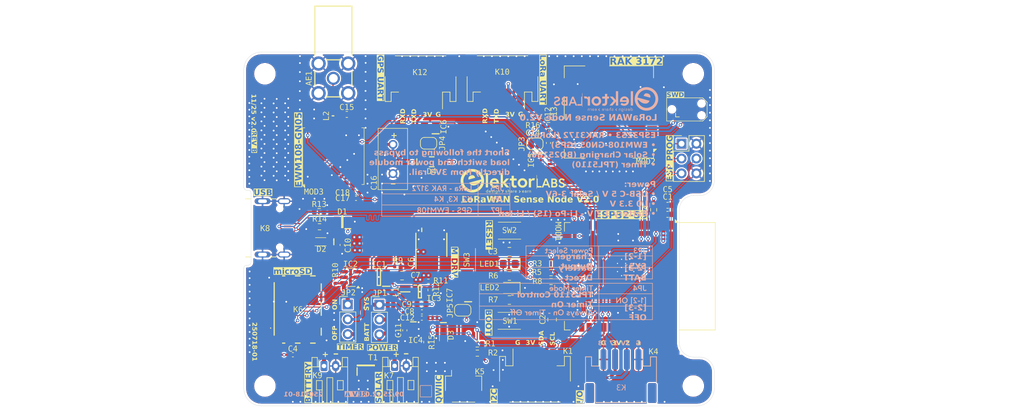
<source format=kicad_pcb>
(kicad_pcb (version 20241229) (generator "pcbnew") (generator_version "9.0")
  (layers (0 "F.Cu" signal) (4 "In1.Cu" power) (6 "In2.Cu" power) (2 "B.Cu" signal) (13 "F.Paste" user) (15 "B.Paste" user) (5 "F.SilkS" user "F.Silkscreen") (7 "B.SilkS" user "B.Silkscreen") (1 "F.Mask" user) (3 "B.Mask" user) (25 "Edge.Cuts" user))
  (net 0 "")
  (net 1 "GND")
  (net 2 "+3V3")
  (net 3 "/MCU/EN")
  (net 4 "/MCU/IO0")
  (net 5 "+5V")
  (net 6 "+3V3_SEN")
  (net 8 "CTRL_SW1")
  (net 9 "/MCU/IO17")
  (net 10 "GPS_TXD")
  (net 11 "/MCU/IO41")
  (net 12 "GPS_RXD")
  (net 13 "Net-(IC3-EN)")
  (net 14 "RAK_UART2_TX")
  (net 15 "RAK_UART2_RX")
  (net 16 "1PPS")
  (net 17 "PPTRG_ROY")
  (net 18 "/MCU/IO1")
  (net 19 "/MCU/IO2")
  (net 20 "/MCU/IO40")
  (net 21 "CTRL_SW2")
  (net 22 "Net-(MOD3-ANT_BIAS)")
  (net 23 "/RAK3172/RAK_RST")
  (net 26 "/RAK3172/SWCLK")
  (net 32 "/RAK3172/RAK_BOOT")
  (net 36 "Net-(D4-K)")
  (net 38 "/RAK3172/SWDIO")
  (net 40 "Net-(D3-A)")
  (net 41 "Net-(IC1-EN{slash}_ONE_SHOT)")
  (net 42 "Net-(IC1-DELAY{slash}_M_DRV)")
  (net 43 "Net-(IC1-DRV)")
  (net 44 "Net-(IC2-VOUT)")
  (net 53 "/Power/VBUS")
  (net 54 "USB_DN")
  (net 55 "USB_DP")
  (net 59 "Net-(AE1-A)")
  (net 60 "I2C_DP")
  (net 61 "I2C_DN")
  (net 62 "+3V3_SEN1")
  (net 63 "/MCU/UART0_N")
  (net 64 "/MCU/UART0_P")
  (net 65 "/MCU/IO8")
  (net 66 "/MCU/IO47")
  (net 67 "/MCU/IO48")
  (net 68 "Net-(IC2-QOD)")
  (net 69 "MISO")
  (net 70 "SCK")
  (net 71 "MOSI")
  (net 72 "/Power/BATT")
  (net 73 "+3V3_SEN2")
  (net 74 "Net-(IC3-LX1)")
  (net 75 "Net-(IC3-FB)")
  (net 76 "DONE ")
  (net 77 "Net-(IC3-LX2)")
  (net 81 "Net-(IC4-SYS)")
  (net 82 "Net-(IC4-TS{slash}MR)")
  (net 94 "Net-(K6-CMD)")
  (net 95 "Net-(K6-CLK)")
  (net 96 "Net-(K6-DAT0)")
  (net 97 "Net-(K9-Pin_1)")
  (net 102 "Net-(LED1-A)")
  (net 103 "Net-(LED2-A)")
  (net 107 "CTRL_SW3")
  (net 108 "Net-(K8-CC1)")
  (net 109 "Net-(K8-CC2)")
  (net 119 "Net-(MOD3-RF_IN)")
  (net 120 "/MCU/IO18")
  (net 121 "/MCU/IO42")
  (net 122 "/MCU/IO39")
  (footprint "MountingHole:MountingHole_3.2mm_M3" (layer "F.Cu") (at 84.56 64.14 90)
    (property "Reference" "H4" (hide yes))
    (property "Value" "MountingHole")
  )
  (footprint "SamacSys_Parts:PMEG2010ER115" (layer "F.Cu") (at 113.14 79.22)
    (property "Reference" "D4")
    (property "Value" "PMEG2010ER,115" (hide yes))
  )
  (footprint "RF_Module:ESP32-S3-WROOM-1" (layer "F.Cu") (at 148.83 98.83 -90)
    (property "Reference" "MOD1")
    (property "Value" "ESP32-S3-WROOM-1")
  )
  (footprint "SamacSys_Parts:SKRKAEE020" (layer "F.Cu") (at 126.43 106.46 180)
    (property "Reference" "SW1")
    (property "Value" "BOOT" (hide yes))
  )
  (footprint "Capacitor_SMD:C_0603_1608Metric" (layer "F.Cu") (at 153.54 86.67)
    (property "Reference" "C5")
    (property "Value" "0.1uF")
  )
  (footprint "Connector:Tag-Connect_TC2030-IDC-NL_2x03_P1.27mm_Vertical" (layer "F.Cu") (at 156.84 70.245)
    (property "Reference" "K11" (hide yes))
    (property "Value" "Conn_ARM_SWD_TagConnect_TC2030")
  )
  (footprint "Connector_JST:JST_PH_S2B-PH-K_1x02_P2.00mm_Horizontal" (layer "F.Cu") (at 94.68 114.21)
    (property "Reference" "K9")
    (property "Value" "Battery")
  )
  (footprint "SamacSys_Parts:SOT65P210X110-6N" (layer "F.Cu") (at 97.82 89.48 180)
    (property "Reference" "D1")
    (property "Value" "SMF05C.TCT" (hide yes))
  )
  (footprint "Resistor_SMD:R_0603_1608Metric" (layer "F.Cu") (at 151.17 87.445 90)
    (property "Reference" "R4")
    (property "Value" "10k")
  )
  (footprint "SamacSys_Parts:SOT95P280X110-6N" (layer "F.Cu") (at 104.09 98.9525 180)
    (property "Reference" "IC1")
    (property "Value" "TPL5110QDDCRQ1" (hide yes))
  )
  (footprint "Resistor_SMD:R_0603_1608Metric" (layer "F.Cu") (at 93.85 87.76 180)
    (property "Reference" "R13")
    (property "Value" "4.7k")
  )
  (footprint "SamacSys_Parts:CAPAE530X550N" (layer "F.Cu") (at 113.08 94.1 90)
    (property "Reference" "C6")
    (property "Value" "22uF" (hide yes))
  )
  (footprint "MountingHole:MountingHole_3.2mm_M3" (layer "F.Cu") (at 157.96 117.64 90)
    (property "Reference" "H2" (hide yes))
    (property "Value" "MountingHole")
  )
  (footprint "Capacitor_SMD:C_0603_1608Metric" (layer "F.Cu") (at 111.379 103.6125 180)
    (property "Reference" "C9")
    (property "Value" "22uF")
  )
  (footprint "Capacitor_SMD:C_0402_1005Metric_Pad0.74x0.62mm_HandSolder" (layer "F.Cu") (at 100.17 85.48 180)
    (property "Reference" "C17")
    (property "Value" "10uF")
  )
  (footprint "MountingHole:MountingHole_3.2mm_M3" (layer "F.Cu") (at 157.96 64.14)
    (property "Reference" "H1" (hide yes))
    (property "Value" "MountingHole")
  )
  (footprint "Connector_PinHeader_2.54mm:PinHeader_1x03_P2.54mm_Vertical" (layer "F.Cu") (at 104.17 103.7125)
    (property "Reference" "JP1")
    (property "Value" "PWR SEL")
  )
  (footprint "Resistor_SMD:R_0603_1608Metric" (layer "F.Cu") (at 120.96 112.01 180)
    (property "Reference" "R2")
    (property "Value" "10k")
  )
  (footprint "Resistor_SMD:R_0603_1608Metric" (layer "F.Cu") (at 133.155 73.0125 180)
    (property "Reference" "R16")
    (property "Value" "10k")
  )
  (footprint "Connector_JST:JST_SH_SM04B-SRSS-TB_1x04-1MP_P1.00mm_Horizontal" (layer "F.Cu") (at 118.6 117.71)
    (property "Reference" "K5")
    (property "Value" "Qwiic")
  )
  (footprint "Resistor_SMD:R_0805_2012Metric_Pad1.20x1.40mm_HandSolder" (layer "F.Cu") (at 126.45 102.9)
    (property "Reference" "R7")
    (property "Value" "1k")
  )
  (footprint "SamacSys_Parts:INDC1005X65N" (layer "F.Cu") (at 96.22793 71.3475 -90)
    (property "Reference" "L2")
    (property "Value" "AIMC-0402-82NJ-T" (hide yes))
  )
  (footprint "Resistor_SMD:R_0603_1608Metric" (layer "F.Cu") (at 133.57 96.7 180)
    (property "Reference" "R3")
    (property "Value" "100R")
  )
  (footprint "Resistor_SMD:R_0603_1608Metric" (layer "F.Cu") (at 133.59 99.74 180)
    (property "Reference" "R8")
    (property "Value" "100R")
  )
  (footprint "Capacitor_SMD:C_0402_1005Metric_Pad0.74x0.62mm_HandSolder" (layer "F.Cu") (at 111.46 104.94)
    (property "Reference" "C8")
    (property "Value" "10uF")
  )
  (footprint "Resistor_SMD:R_0402_1005Metric" (layer "F.Cu") (at 96.6375 99.535 90)
    (property "Reference" "R10")
    (property "Value" "24R")
  )
  (footprint "Fiducial:Fiducial_0.75mm_Mask1.5mm" (layer "F.Cu") (at 154.05 61.91)
    (property "Reference" "REF**" (hide yes))
    (property "Value" "Fiducial_0.75mm_Mask1.5mm")
  )
  (footprint "SamacSys_Parts:CUHS20S40H3F" (layer "F.Cu") (at 115.16 109.0225 -90)
    (property "Reference" "D3")
    (property "Value" "CUHS20S30,H3F" (hide yes))
  )
  (footprint "Capacitor_SMD:C_0402_1005Metric_Pad0.74x0.62mm_HandSolder" (layer "F.Cu") (at 133.145 75.9925 -90)
    (property "Reference" "C12")
    (property "Value" "10uF")
  )
  (footprint "LED_SMD:LED_0805_2012Metric_Pad1.15x1.40mm_HandSolder" (layer "F.Cu") (at 126.4275 100.84 180)
    (property "Reference" "LED2")
    (property "Value" "NCD0805R1")
  )
  (footprint "Capacitor_SMD:C_0402_1005Metric_Pad0.74x0.62mm_HandSolder" (layer "F.Cu") (at 89.35 112.28)
    (property "Reference" "C4")
    (property "Value" "10nF")
  )
  (footprint "SamacSys_Parts:SKRKAEE020" (layer "F.Cu") (at 126.47 91.02 180)
    (property "Reference" "SW2")
    (property "Value" "EN" (hide yes))
  )
  (footprint "Capacitor_SMD:C_0402_1005Metric_Pad0.74x0.62mm_HandSolder" (layer "F.Cu") (at 100.18 84.51 180)
    (property "Reference" "C18")
    (property "Value" "4.7uF")
  )
  (footprint "Resistor_SMD:R_0402_1005Metric" (layer "F.Cu") (at 107.31 97.15)
    (property "Reference" "R9")
    (property "Value" "57k")
  )
  (footprint "Resistor_SMD:R_0402_1005Metric" (layer "F.Cu") (at 112.57 99.69 180)
    (property "Reference" "R11")
    (property "Value" "511k")
  )
  (footprint "Resistor_SMD:R_0603_1608Metric" (layer "F.Cu") (at 133.59 98.22 180)
    (property "Reference" "R5")
    (property "Value" "100R")
  )
  (footprint "Capacitor_SMD:C_0402_1005Metric_Pad0.74x0.62mm_HandSolder" (layer "F.Cu") (at 133.545 74.3025)
    (property "Reference" "C14")
    (property "Value" "100nF")
  )
  (footprint "Connector_JST:JST_PH_S2B-PH-K_1x02_P2.00mm_Horizontal" (layer "F.Cu") (at 106.78 114.18)
    (property "Reference" "K7")
    (property "Value" "Solar Panel")
  )
  (footprint "Fiducial:Fiducial_0.75mm_Mask1.5mm" (layer "F.Cu") (at 154.97 114.18)
    (property "Reference" "REF**" (hide yes))
    (property "Value" "Fiducial_0.75mm_Mask1.5mm")
  )
  (footprint "Capacitor_SMD:C_0603_1608Metric_Pad1.08x0.95mm_HandSolder" (layer "F.Cu") (at 98.59043 71.0975 180)
    (property "Reference" "C15")
    (property "Value" "56pF")
  )
  (footprint "Jumper:SolderJumper-2_P1.3mm_Open_RoundedPad1.0x1.5mm" (layer "F.Cu") (at 118.45 104.66)
    (property "Reference" "JP5")
    (property "Value" "3V3 -> 3SEN")
  )
  (footprint "SamacSys_Parts:314789781" (layer "F.Cu") (at 93.75 62.38)
    (property "Reference" "AE1")
    (property "Value" "3-1478978-1" (hide yes))
  )
  (footprint "RF_Module:RAK3172" (layer "F.Cu") (at 143.5 70.69 180)
    (property "Reference" "MOD2")
    (property "Value" "~")
  )
  (footprint "External Library:CUI_UJ20-C-H-C-3-SMT-TR" (layer "F.Cu") (at 84.65 90.54 -90)
    (property "Reference" "K8")
    (property "Value" "UJ20-C-H-C-3-SMT-TR")
  )
  (footprint "SamacSys_Parts:SOT65P210X110-6N" (layer "F.Cu") (at 118.43 102 180)
    (property "Reference" "IC7")
    (property "Value" "TPS22919DCKR" (hide yes))
  )
  (footprint "EWM108-GN05:PCBComponent_1" (layer "F.Cu") (at 96.375 79.17 -90)
    (property "Reference" "MOD3")
    (property "Value" "EWM108-GN05")
  )
  (footprint "SamacSys_Parts:CUHS20S40H3F" (layer "F.Cu") (at 94.12 92.92 180)
    (property "Reference" "D2")
    (property "Value" "CUHS20S30,H3F" (hide yes))
  )
  (footprint "SamacSys_Parts:SKRKAEE020" (layer "F.Cu") (at 119.19 96.01 90)
    (property "Reference" "SW3")
    (property "Value" "WAKE UP" (hide yes))
  )
  (footprint "Resistor_SMD:R_0805_2012Metric_Pad1.20x1.40mm_HandSolder" (layer "F.Cu") (at 126.45 98.78)
    (property "Reference" "R6")
    (property "Value" "1k")
  )
  (footprint "SamacSys_Parts:FM0V104ZF" (layer "F.Cu") (at 106.5 76.24 -90)
    (property "Reference" "C16")
    (property "Value" "FM0V104ZF" (hide yes))
  )
  (footprint "footprints:elektorlabs-20x6.1mm" (layer "F.Cu") (at 127.05 82.46)
    (property "Reference" "G***" (hide yes))
    (property "Value" "LOGO" (hide yes))
  )
  (footprint "SamacSys_Parts:SOT65P210X110-6N" (layer "F.Cu") (at 132.67 78.96)
    (property "Reference" "IC5")
    (property "Value" "TPS22919DCKR" (hide yes))
  )
  (footprint "Capacitor_SMD:C_0805_2012Metric" (layer "F.Cu") (at 108.06 98.7225 180)
    (property "Reference" "C7")
    (property "Value" "47uF")
  )
  (footprint "Capacitor_SMD:C_0402_1005Metric_Pad0.74x0.62mm_HandSolder" (layer "F.Cu") (at 97.8 93.47 90)
    (property "Reference" "C10")
    (property "Value" "1uF")
  )
  (footprint "Capacitor_SMD:C_0805_2012Metric_Pad1.18x1.45mm_HandSolder" (layer "F.Cu") (at 133.77 106.26 90)
    (property "Reference" "C2")
    (property "Value" "0.1uF")
  )
  (footprint "Resistor_SMD:R_0603_1608Metric" (layer "F.Cu") (at 93.91 90.35 180)
    (property "Reference" "R14")
    (property "Value" "4.7k")
  )
  (footprint "Capacitor_SMD:C_0402_1005Metric_Pad0.74x0.62mm_HandSolder" (layer "F.Cu") (at 108.533025 108.099877 90)
    (property "Reference" "C11")
    (property "Value" "1uF")
  )
  (footprint "Capacitor_SMD:C_0805_2012Metric_Pad1.18x1.45mm_HandSolder" (layer "F.Cu") (at 126.45 94.63 180)
    (property "Reference" "C3")
    (property "Value" "0.1uF")
  )
  (footprint "Fiducial:Fiducial_0.75mm_Mask1.5mm" (layer "F.Cu") (at 82.47 113.63)
    (property "Reference" "REF**" (hide yes))
    (property "Value" "Fiducial_0.75mm_Mask1.5mm")
  )
  (footprint "LED_SMD:LED_0805_2012Metric_Pad1.15x1.40mm_HandSolder" (layer "F.Cu") (at 126.4275 96.72 180)
    (property "Reference" "LED1")
    (property "Value" "NCD0805G1")
  )
  (footprint "Package_TO_SOT_SMD:SOT-23-6" (layer "F.Cu") (at 99.2375 99.005 180)
    (property "Reference" "IC2")
    (property "Value" "TPS22917DBV (L)")
  )
  (footprint "SamacSys_Parts:SON40P220X200X80-11N" (layer "F.Cu") (at 110.91 107.8725)
    (property "Reference" "IC4")
    (property "Value" "BQ25186DLHR" (hide yes))
  )
  (footprint "Connector_JST:JST_PH_S4B-PH-SM4-TB_1x04-1MP_P2.00mm_Horizontal" (layer "F.Cu") (at 111.23 65.57 180)
    (property "Reference" "K12")
    (property "Value" "GPS UART")
  )
  (footprint "Jumper:SolderJumper-2_P1.3mm_Open_RoundedPad1.0x1.5mm" (layer "F.Cu") (at 112.6 76.04)
    (property "Reference" "JP4")
    (property "Value" "3V3 -> 3SEN1")
  )
  (footprint "Connector_JST:JST_PH_S4B-PH-SM4-TB_1x04-1MP_P2.00mm_Horizontal" (layer "F.Cu") (at 130.83 115.88)
    (property "Reference" "K1")
    (property "Value" "IO")
  )
  (footprint "Capacitor_SMD:C_0603_1608Metric" (layer "F.Cu") (at 153.53 88.22)
    (property "Reference" "C1")
    (property "Value" "100nF")
  )
  (footprint "Capacitor_SMD:C_0402_1005Metric_Pad0.74x0.62mm_HandSolder" (layer "F.Cu") (at 134.165 76.0125 -90)
    (property "Reference" "C13")
    (property "Value" "0.1uF")
  )
  (footprint "MountingHole:MountingHole_3.2mm_M3" (layer "F.Cu") (at 84.56 117.64)
    (property "Reference" "H3" (hide yes))
    (property "Value" "MountingHole")
  )
  (footprint "Connector_JST:JST_PH_S4B-PH-SM4-TB_1x04-1MP_P2.00mm_Horizontal" (layer "F.Cu") (at 145.57 115.94)
    (property "Reference" "K4")
    (property "Value" "IO")
  )
  (footprint "SamacSys_Parts:MEM20850011500A" (layer "F.Cu") (at 90.18 104.53 -90)
    (property "Reference" "K6")
    (property "Value" "MEM2085-00-115-00-A" (hide yes))
  )
  (footprint "Connector_JST:JST_PH_S4B-PH-SM4-TB_1x04-1MP_P2.00mm_Horizontal" (layer "F.Cu") (at 125.27 65.56 180)
    (property "Reference" "K10")
    (property "Value" "LORA UART")
  )
  (footprint "Connector_PinHeader_2.54mm:PinHeader_1x03_P2.54mm_Vertical" (layer "F.Cu") (at 98.75 103.6725)
    (property "Reference" "JP2")
    (property "Value" "TIMER SEL")
  )
  (footprint "Resistor_SMD:R_0603_1608Metric" (layer "F.Cu") (at 120.95 110.44 180)
    (property "Reference" "R1")
    (property "Value" "10k")
  )
  (footprint "Capacitor_SMD:C_0402_1005Metric_Pad0.74x0.62mm_HandSolder" (layer "F.Cu") (at 111.45 106.0025)
    (property "Reference" "C12")
    (property "Value" "4.7uF")
  )
  (footprint "SamacSys_Parts:SOT95P237X112-3N" (layer "F.Cu") (at 101.85 114.11 90)
    (property "Reference" "T1")
    (property "Value" "IRLML9301TRPBF" (hide yes))
  )
  (footprint "Resistor_SMD:R_0402_1005Metric" (layer "F.Cu") (at 112.15 110.11 90)
    (property "Reference" "R15")
    (property "Value" "10k")
  )
  (footprint "SamacSys_Parts:SOT65P210X110-6N" (layer "F.Cu") (at 112.86 73.22 180)
    (property "Reference" "IC6")
    (property "Value" "TPS22919DCKR" (hide yes))
  )
  (footprint "Connector_PinHeader_2.54mm:PinHeader_2x03_P2.54mm_Vertical" (layer "F.Cu") (at 155.95 76.12)
    (property "Reference" "K2" (hide yes))
    (property "Value" "PROG")
  )
  (footprint "SamacSys_Parts:1285ASH1R0MP2" (layer "F.Cu") (at 108.611 101.5025 -90)
    (property "Reference" "L1")
    (property "Value" "1uH" (hide yes))
  )
  (footprint "Jumper:SolderJumper-2_P1.3mm_Open_RoundedPad1.0x1.5mm" (layer "F.Cu") (at 130.815 76.1525 180)
    (property "Reference" "JP3")
    (property "Value" "3V3 -> 3SEN2")
  )
  (footprint "SamacSys_Parts:SOTFL50P160X60-8N" (layer "F.Cu") (at 111.16 101.49)
    (property "Reference" "IC3")
    (property "Value" "TPS631000DRLR" (hide yes))
  )
  (footprint "Resistor_SMD:R_0402_1005Metric" (layer "F.Cu") (at 112.881 101.1925 90)
    (property "Reference" "R12")
    (property "Value" "91k")
  )
  (footprint "footprints:elektorlabs-20x6.1mm" (layer "B.Cu") (at 142.994064 68.429992 180)
    (property "Reference" "G***" (hide yes))
    (property "Value" "LOGO" (hide yes))
  )
  (footprint "Connector_JST:JST_PH_S4B-PH-SM4-TB_1x04-1MP_P2.00mm_Horizontal" (layer "B.Cu") (at 145.57 115.94 180)
    (property "Reference" "K3")
    (property "Value" "IO")
  )
  (gr_line (start 110.59 79.735) (end 110.59 78.705) (stroke (width 0.2)) (layer "F.SilkS"))
  (gr_line (start 153.4 68.27) (end 153.4 72.23) (stroke (width 0.1)) (layer "F.SilkS"))
  (gr_line (start 160.33 69.025067) (end 160.33 71.47) (stroke (width 0.1)) (layer "F.SilkS"))
  (gr_line (start 96.37 92.405) (end 96.37 93.435) (stroke (width 0.2)) (layer "F.SilkS"))
  (gr_line (start 159.115 68.26) (end 159.575 68.26) (stroke (width 0.1)) (layer "F.SilkS"))
  (gr_line (start 114.625 106.7725) (end 115.655 106.7725) (stroke (width 0.2)) (layer "F.SilkS"))
  (gr_line (start 159.58 72.23) (end 160.33 71.47) (stroke (width 0.1)) (layer "F.SilkS"))
  (gr_line (start 153.4 72.23) (end 159.12 72.23) (stroke (width 0.1)) (layer "F.SilkS"))
  (gr_line (start 159.575 68.26) (end 160.325 69.02) (stroke (width 0.1)) (layer "F.SilkS"))
  (gr_line (start 159.115 68.26) (end 153.4 68.26) (stroke (width 0.1)) (layer "F.SilkS"))
  (gr_line (start 159.12 72.23) (end 159.58 72.23) (stroke (width 0.1)) (layer "F.SilkS"))
  (gr_rect (start 111.17 117.55) (end 113.12 119.51) (stroke (width 0.1)) (fill no) (layer "B.SilkS"))
  (gr_arc (start 159.05 112.68) (mid 160.817767 113.412233) (end 161.55 115.18) (stroke (width 0.05)) (layer "Edge.Cuts"))
  (gr_line (start 158.55 60.409658) (end 83.931507 60.409658) (stroke (width 0.05)) (layer "Edge.Cuts"))
  (gr_line (start 80.955 97.4265) (end 80.95 97.4265) (stroke (width 0.05)) (layer "Edge.Cuts"))
  (gr_line (start 83.962117 121.050371) (end 158.549628 121.059628) (stroke (width 0.05)) (layer "Edge.Cuts"))
  (gr_line (start 80.950006 118.0504) (end 80.95 118.0504) (stroke (width 0.05)) (layer "Edge.Cuts"))
  (gr_arc (start 158.06 112.68) (mid 156.292233 111.947767) (end 155.56 110.18) (stroke (width 0.05)) (layer "Edge.Cuts"))
  (gr_arc (start 81.69 84.09) (mid 82.040624 84.243518) (end 82.18 84.6) (stroke (width 0.05)) (layer "Edge.Cuts"))
  (gr_arc (start 158.55 60.409658) (mid 160.671189 61.288205) (end 161.550027 63.4004) (stroke (width 0.05)) (layer "Edge.Cuts"))
  (gr_line (start 155.56 110.18) (end 155.56 87.5) (stroke (width 0.05)) (layer "Edge.Cuts"))
  (gr_arc (start 161.55 118.047353) (mid 160.675619 120.17665) (end 158.549628 121.059623) (stroke (width 0.05)) (layer "Edge.Cuts"))
  (gr_arc (start 161.544999 82.5) (mid 160.812766 84.267768) (end 159.044997 84.999999) (stroke (width 0.05)) (layer "Edge.Cuts"))
  (gr_line (start 81.68 96.926398) (end 81.68 96.926447) (stroke (width 0.05)) (layer "Edge.Cuts"))
  (gr_arc (start 155.56 87.5) (mid 156.292234 85.732232) (end 158.060003 85) (stroke (width 0.05)) (layer "Edge.Cuts"))
  (gr_line (start 161.55 118.047353) (end 161.55 115.18) (stroke (width 0.05)) (layer "Edge.Cuts"))
  (gr_line (start 159.044997 84.999999) (end 159.044997 85) (stroke (width 0.05)) (layer "Edge.Cuts"))
  (gr_line (start 82.18 84.6) (end 82.18 96.4265) (stroke (width 0.05)) (layer "Edge.Cuts"))
  (gr_arc (start 80.95 63.4096) (mid 81.828538 61.288421) (end 83.931507 60.409658) (stroke (width 0.05)) (layer "Edge.Cuts"))
  (gr_line (start 80.95 63.4096) (end 80.95 83.59) (stroke (width 0.05)) (layer "Edge.Cuts"))
  (gr_line (start 158.060003 85) (end 158.060003 84.999999) (stroke (width 0.05)) (layer "Edge.Cuts"))
  (gr_line (start 81.45 84.09) (end 81.69 84.09) (stroke (width 0.05)) (layer "Edge.Cuts"))
  (gr_arc (start 82.18 96.4265) (mid 82.033583 96.779983) (end 81.68 96.926398) (stroke (width 0.05)) (layer "Edge.Cuts"))
  (gr_line (start 80.95 97.4265) (end 80.95 118.0504) (stroke (width 0.05)) (layer "Edge.Cuts"))
  (gr_arc (start 81.45 84.09) (mid 81.096447 83.943553) (end 80.95 83.59) (stroke (width 0.05)) (layer "Edge.Cuts"))
  (gr_line (start 158.549628 121.059623) (end 158.549628 121.059628) (stroke (width 0.05)) (layer "Edge.Cuts"))
  (gr_arc (start 80.955 97.4265) (mid 81.099044 97.075325) (end 81.461956 96.926447) (stroke (width 0.05)) (layer "Edge.Cuts"))
  (gr_line (start 161.55 63.4004) (end 161.550027 63.4004) (stroke (width 0.05)) (layer "Edge.Cuts"))
  (gr_line (start 158.060003 84.999999) (end 159.044997 85) (stroke (width 0.05)) (layer "Edge.Cuts"))
  (gr_line (start 161.55 63.4004) (end 161.55 75.109992) (stroke (width 0.05)) (layer "Edge.Cuts"))
  (gr_line (start 81.68 96.926447) (end 81.461956 96.926447) (stroke (width 0.05)) (layer "Edge.Cuts"))
  (gr_line (start 161.544999 82.5) (end 161.55 82.5) (stroke (width 0.05)) (layer "Edge.Cuts"))
  (gr_line (start 159.05 112.68) (end 158.06 112.68) (stroke (width 0.05)) (layer "Edge.Cuts"))
  (gr_line (start 161.55 82.5) (end 161.55 75.109992) (stroke (width 0.05)) (layer "Edge.Cuts"))
  (gr_arc (start 83.962117 121.050371) (mid 81.833053 120.176083) (end 80.950006 118.0504) (stroke (width 0.05)) (layer "Edge.Cuts"))
  (gr_text "RXD" (at 108.7 72.74 90) (layer "F.SilkS") (effects (font (size 0.8 0.8) (thickness 0.15) (bold yes)) (justify left bottom)))
  (gr_text "G" (at 113.79 71.63 0) (layer "F.SilkS") (effects (font (size 0.8 0.8) (thickness 0.15) (bold yes)) (justify left bottom)))
  (gr_text "QWIIC" (at 115 120.58 90) (layer "F.SilkS" knockout) (effects (font (size 1 1) (thickness 0.15) (bold yes)) (justify left bottom)))
  (gr_text "1" (at 148.24 110.76 0) (layer "F.SilkS") (effects (font (size 0.8 0.8) (thickness 0.15) (bold yes)) (justify left bottom)))
  (gr_text "-" (at 108.64 112.69 0) (layer "F.SilkS") (effects (font (size 1 1) (thickness 0.15) (bold yes)) (justify left bottom)))
  (gr_text "G" (at 127.42 110.72 0) (layer "F.SilkS") (effects (font (size 0.8 0.8) (thickness 0.15) (bold yes)) (justify left bottom)))
  (gr_text "TXD" (at 110.61 72.69 90) (layer "F.SilkS") (effects (font (size 0.8 0.8) (thickness 0.15) (bold yes)) (justify left bottom)))
  (gr_text "TIMER" (at 96.99 111.52 0) (layer "F.SilkS" knockout) (effects (font (size 0.9 0.9) (thickness 0.15) (bold yes)) (justify left bottom)))
  (gr_text "-" (at 108.3 112.69 0) (layer "F.SilkS") (effects (font (size 1 1) (thickness 0.15) (bold yes)) (justify left bottom)))
  (gr_text "G" (at 127.93 71.6 0) (layer "F.SilkS") (effects (font (size 0.8 0.8) (thickness 0.15) (bold yes)) (justify left bottom)))
  (gr_text "-" (at 96.6 112.72 0) (layer "F.SilkS") (effects (font (size 1 1) (thickness 0.15) (bold yes)) (justify left bottom)))
  (gr_text "LoRaWAN Sense Node V2.0" (at 118.244063 86.370008 0) (layer "F.SilkS") (effects (font (size 1.1 1.1) (thickness 0.15) (bold yes)) (justify left bottom)))
  (gr_text "G" (at 142.12 110.76 0) (layer "F.SilkS") (effects (font (size 0.8 0.8) (thickness 0.15) (bold yes)) (justify left bottom)))
  (gr_text "+" (at 106.1 75.33 0) (layer "F.SilkS") (effects (font (size 1 1) (thickness 0.15) (bold yes)) (justify left bottom)))
  (gr_text "TXD" (at 124.75 72.66 90) (layer "F.SilkS") (effects (font (size 0.8 0.8) (thickness 0.15) (bold yes)) (justify left bottom)))
  (gr_text "11/25 v2.0" (at 82.11 67.59 270) (layer "F.SilkS") (effects (font (size 0.8 0.8) (thickness 0.15) (bold yes)) (justify left bottom)))
  (gr_text "BOOT" (at 122.22 104.52 270) (layer "F.SilkS" knockout) (effects (font (size 1 1) (thickness 0.15) (bold yes)) (justify left bottom)))
  (gr_text "GPS UART" (at 103.7 60.89 270) (layer "F.SilkS" knockout) (effects (font (size 1 1) (thickness 0.15) (bold yes)) (justify left bottom)))
  (gr_text "-" (at 96.26 112.72 0) (layer "F.SilkS") (effects (font (size 1 1) (thickness 0.15) (bold yes)) (justify left bottom)))
  (gr_text "-" (at 112 91 90) (layer "F.SilkS") (effects (font (size 1 1) (thickness 0.15) (bold yes)) (justify left bottom)))
  (gr_text "microSD " (at 86.01 98.62 0) (layer "F.SilkS" knockout) (effects (font (size 1 1) (thickness 0.15) (bold yes)) (justify left bottom)))
  (gr_text "SDA" (at 132.43 110.74 90) (layer "F.SilkS") (effects (font (size 0.8 0.8) (thickness 0.15) (bold yes)) (justify left bottom)))
  (gr_text "RESET" (at 122.31 89.22 270) (layer "F.SilkS" knockout) (effects (font (size 1 1) (thickness 0.15) (bold yes)) (justify left bottom)))
  (gr_text "3V" (at 125.72 71.62 0) (layer "F.SilkS") (effects (font (size 0.8 0.8) (thickness 0.15) (bold yes)) (justify left bottom)))
  (gr_text "3V" (at 129.24 110.72 0) (layer "F.SilkS") (effects (font (size 0.8 0.8) (thickness 0.15) (bold yes)) (justify left bottom)))
  (gr_text "-" (at 106.07 83.56 0) (layer "F.SilkS") (effects (font (size 1 1) (thickness 0.15) (bold yes)) (justify left bottom)))
  (gr_text "SCL" (at 134.35 110.73 90) (layer "F.SilkS") (effects (font (size 0.8 0.8) (thickness 0.15) (bold yes)) (justify left bottom)))
  (gr_text "SWD" (at 153.4 68.26 0) (layer "F.SilkS" knockout) (effects (font (size 0.8 0.8) (thickness 0.15) (bold yes)) (justify left bottom)))
  (gr_text "-" (at 112 91.34 90) (layer "F.SilkS") (effects (font (size 1 1) (thickness 0.15) (bold yes)) (justify left bottom)))
  (gr_text "BATTERY" (at 92.62 120.57 90) (layer "F.SilkS" knockout) (effects (font (size 1 1) (thickness 0.15) (bold yes)) (justify left bottom)))
  (gr_text "OFF" (at 97.04 109.83 90) (layer "F.SilkS") (effects (font (size 0.8 0.8) (thickness 0.15) (bold yes)) (justify left bottom)))
  (gr_text "SOLAR" (at 104.71 120.55 90) (layer "F.SilkS" knockout) (effects (font (size 1 1) (thickness 0.15) (bold yes)) (justify left bottom)))
  (gr_text "+" (at 106.47 112.83 0) (layer "F.SilkS") (effects (font (size 1 1) (thickness 0.15) (bold yes)) (justify left bottom)))
  (gr_text "ESP PROG" (at 154.57 82.58 90) (layer "F.SilkS" knockout) (effects (font (size 1 1) (thickness 0.15) (bold yes)) (justify left bottom)))
  (gr_text "RXD" (at 122.79 72.68 90) (layer "F.SilkS") (effects (font (size 0.8 0.8) (thickness 0.15) (bold yes)) (justify left bottom)))
  (gr_text "+" (at 94.32 112.85 0) (layer "F.SilkS") (effects (font (size 1 1) (thickness 0.15) (bold yes)) (justify left bottom)))
  (gr_text "-" (at 106.41 83.56 0) (layer "F.SilkS") (effects (font (size 1 1) (thickness 0.15) (bold yes)) (justify left bottom)))
  (gr_text "2" (at 146.3 110.76 0) (layer "F.SilkS") (effects (font (size 0.8 0.8) (thickness 0.15) (bold yes)) (justify left bottom)))
  (gr_text "3V" (at 111.58 71.65 0) (layer "F.SilkS") (effects (font (size 0.8 0.8) (thickness 0.15) (bold yes)) (justify left bottom)))
  (gr_text "POWER" (at 102.05 111.65 0) (layer "F.SilkS" knockout) (effects (font (size 0.9 0.9) (thickness 0.15) (bold yes)) (justify left bottom)))
  (gr_text "BATT" (at 102.53 110 90) (layer "F.SilkS") (effects (font (size 0.8 0.8) (thickness 0.15) (bold yes)) (justify left bottom)))
  (gr_text "M DRV" (at 116.38 93.77 270) (layer "F.SilkS" knockout) (effects (font (size 1 1) (thickness 0.15) (bold yes)) (justify left bottom)))
  (gr_text "REV B" (at 82.18 73.95 270) (layer "F.SilkS" knockout) (effects (font (size 0.8 0.8) (thickness 0.15) (bold yes)) (justify left bottom)))
  (gr_text "250718-01" (at 82.27 106.7 270) (layer "F.SilkS") (effects (font (size 0.8 0.8) (thickness 0.15) (bold yes)) (justify left bottom)))
  (gr_text "ON" (at 97.05 104.62 90) (layer "F.SilkS") (effects (font (size 0.8 0.8) (thickness 0.15) (bold yes)) (justify left bottom)))
  (gr_text "ESP32-S3" (at 141.08 89.1 0) (layer "F.SilkS" knockout) (effects (font (size 1.2 1.2) (thickness 0.15) (bold yes)) (justify left bottom)))
  (gr_text "LoRa UART" (at 131.54 60.84 270) (layer "F.SilkS" knockout) (effects (font (size 1 1) (thickness 0.2) (bold yes)) (justify left bottom)))
  (gr_text "I/O" (at 139.16 120.63 90) (layer "F.SilkS" knockout) (effects (font (size 1 1) (thickness 0.15) (bold yes)) (justify left bottom)))
  (gr_text "RAK 3172" (at 143.6 62.79 0) (layer "F.SilkS" knockout) (effects (font (size 1.2 1.2) (thickness 0.15) (bold yes)) (justify left bottom)))
  (gr_text "SYS" (at 102.5 104.75 90) (layer "F.SilkS") (effects (font (size 0.8 0.8) (thickness 0.15) (bold yes)) (justify left bottom)))
  (gr_text "I2C" (at 124.48 120.64 90) (layer "F.SilkS" knockout) (effects (font (size 1 1) (thickness 0.15) (bold yes)) (justify left bottom)))
  (gr_text "USB" (at 82.61 85.12 0) (layer "F.SilkS" knockout) (effects (font (size 1 1) (thickness 0.15) (bold yes)) (justify left bottom)))
  (gr_text "EWM108-GN05" (at 91.02 83.58 90) (layer "F.SilkS" knockout) (effects (font (size 1.1 1.1) (thickness 0.15) (bold yes)) (justify left bottom)))
  (gr_text "3V" (at 143.98 110.76 0) (layer "F.SilkS") (effects (font (size 0.8 0.8) (thickness 0.15) (bold yes)) (justify left bottom)))
  (gr_text "3V" (at 147.16 110.8 0) (layer "B.SilkS") (effects (font (size 0.8 0.8) (thickness 0.15) (bold yes)) (justify left bottom mirror)))
  (gr_text "G" (at 149.02 110.8 0) (layer "B.SilkS") (effects (font (size 0.8 0.8) (thickness 0.15) (bold yes)) (justify left bottom mirror)))
  (gr_text "250718-01" (at 94.47 119.57 0) (layer "B.SilkS") (effects (font (size 0.8 0.8) (thickness 0.15) (bold yes)) (justify left bottom mirror)))
  (gr_text "ESP32S3 • RAK3172 (LoRa)\n• EWM108-GN05 (GPS) \n• Solar Charging (BQ25186)\n• Timer (TPL5110)\n\nPower: \n• USB-C 5 V / Solar 3-6V\n• I/0 3.3 V\n• Battery 3.7 V - Li-Po (1S) / Li-Ion" (at 151.56 88.74 0) (layer "B.SilkS") (effects (font (size 1 1) (thickness 0.15) (bold yes)) (justify left bottom mirror)))
  (gr_text "REV A" (at 102.05 119.55 0) (layer "B.SilkS" knockout) (effects (font (size 0.8 0.8) (thickness 0.15) (bold yes)) (justify left bottom mirror)))
  (gr_text "Short the following to bypass \nload switch and power module\ndirectly from 3V3 rail." (at 126.535 81.64 0) (layer "B.SilkS") (effects (font (size 1 1) (thickness 0.15) (bold yes)) (justify left bottom mirror)))
  (gr_text "17" (at 145.11 110.8 0) (layer "B.SilkS") (effects (font (size 0.8 0.8) (thickness 0.15) (bold yes)) (justify left bottom mirror)))
  (gr_text "18" (at 143.19 110.8 0) (layer "B.SilkS") (effects (font (size 0.8 0.8) (thickness 0.15) (bold yes)) (justify left bottom mirror)))
  (gr_text "LoRaWAN Sense Node V2.0" (at 151.800001 72.34 0) (layer "B.SilkS") (effects (font (size 1.1 1.1) (thickness 0.15) (bold yes)) (justify left bottom mirror)))
  (gr_text "09/25 v2.0" (at 108.37 119.56 0) (layer "B.SilkS") (effects (font (size 0.8 0.8) (thickness 0.15) (bold yes)) (justify left bottom mirror)))
  (table (column_count 2) (layer "B.SilkS") (border (external yes) (header yes) (stroke (width 0.1))) (separators (rows yes) (cols yes) (stroke (width 0.1))) (column_widths 20.48 9.17) (row_heights 1.8025 2.11 2.32) (cells (table_cell "Timer Mode" (start 121.315 100.03375) (end 141.795 101.83625) (margins 1.0025 1.0025 1.0025 1.0025) (span 1 1) (layer "B.SilkS") (effects (font (face "Europa-Bold") (size 1 1)) (justify left mirror))) (table_cell "JP4" (start 141.795 100.03375) (end 150.965 101.83625) (margins 1.0025 1.0025 1.0025 1.0025) (span 1 1) (layer "B.SilkS") (effects (font (face "Europa-Bold") (size 1 1)) (justify left mirror))) (table_cell "TPL5110 Control - Timer On" (start 121.315 101.83625) (end 141.795 103.94625) (margins 1.0025 1.0025 1.0025 1.0025) (span 1 1) (layer "B.SilkS") (effects (font (face "Europa-Bold") (size 1 1)) (justify left mirror))) (table_cell "[1-2] ON " (start 141.795 101.83625) (end 150.965 103.94625) (margins 1.0025 1.0025 1.0025 1.0025) (span 1 1) (layer "B.SilkS") (effects (font (face "Europa-Bold") (size 1 1)) (justify left mirror))) (table_cell "Always On - Timer Off" (start 121.315 103.94625) (end 141.795 106.26625) (margins 1.0025 1.0025 1.0025 1.0025) (span 1 1) (layer "B.SilkS") (effects (font (face "Europa-Bold") (size 1 1)) (justify left mirror))) (table_cell "[2-3] OFF" (start 141.795 103.94625) (end 150.965 106.26625) (margins 1.0025 1.0025 1.0025 1.0025) (span 1 1) (layer "B.SilkS") (effects (font (face "Europa-Bold") (size 1 1)) (justify left mirror)))))
  (table (column_count 2) (layer "B.SilkS") (border (external yes) (header yes) (stroke (width 0.1))) (separators (rows yes) (cols yes) (stroke (width 0.1))) (column_widths 12.46 9.21) (row_heights 1.705 1.975 1.97) (cells (table_cell "Power Select" (start 129.29 93.635) (end 141.75 95.34) (margins 1.0025 1.0025 1.0025 1.0025) (span 1 1) (layer "B.SilkS") (effects (font (face "Europa-Bold") (size 1 1)) (justify left mirror))) (table_cell "JP3 " (start 141.75 93.635) (end 150.96 95.34) (margins 1.0025 1.0025 1.0025 1.0025) (span 1 1) (layer "B.SilkS") (effects (font (face "Europa-Bold") (size 1 1)) (justify left mirror))) (table_cell "Charger Output" (start 129.29 95.34) (end 141.75 97.315) (margins 1.0025 1.0025 1.0025 1.0025) (span 1 1) (layer "B.SilkS") (effects (font (face "Europa-Bold") (size 1 1)) (justify left mirror))) (table_cell "[1-2] SYS " (start 141.75 95.34) (end 150.96 97.315) (margins 1.0025 1.0025 1.0025 1.0025) (span 1 1) (layer "B.SilkS") (effects (font (face "Europa-Bold") (size 1 1)) (justify left mirror))) (table_cell "Battery Direct" (start 129.29 97.315) (end 141.75 99.285) (margins 1.0025 1.0025 1.0025 1.0025) (span 1 1) (layer "B.SilkS") (effects (font (face "Europa-Bold") (size 1 1)) (justify left mirror))) (table_cell "[2-3] BATT " (start 141.75 97.315) (end 150.96 99.285) (margins 1.0025 1.0025 1.0025 1.0025) (span 1 1) (layer "B.SilkS") (effects (font (face "Europa-Bold") (size 1 1)) (justify left mirror)))))
  (table (column_count 2) (layer "B.SilkS") (border (external yes) (header yes) (stroke (width 0.1))) (separators (rows yes) (cols yes) (stroke (width 0.1))) (column_widths 16.505 5.455) (row_heights 1.8025 1.89375 1.95) (cells (table_cell "LoRa - RAK 3172" (start 104.575 82.91375) (end 121.08 84.71625) (margins 1.0025 1.0025 1.0025 1.0025) (span 1 1) (layer "B.SilkS") (effects (font (face "Europa-Bold") (size 1 1)) (justify left mirror))) (table_cell "JP5" (start 121.08 82.91375) (end 126.535 84.71625) (margins 1.0025 1.0025 1.0025 1.0025) (span 1 1) (layer "B.SilkS") (effects (font (face "Europa-Bold") (size 1 1)) (justify left mirror))) (table_cell "K2, K3, K4" (start 104.575 84.71625) (end 121.08 86.61) (margins 1.0025 1.0025 1.0025 1.0025) (span 1 1) (layer "B.SilkS") (effects (font (face "Europa-Bold") (size 1 1)) (justify left mirror))) (table_cell "JP6" (start 121.08 84.71625) (end 126.535 86.61) (margins 1.0025 1.0025 1.0025 1.0025) (span 1 1) (layer "B.SilkS") (effects (font (face "Europa-Bold") (size 1 1)) (justify left mirror))) (table_cell "GPS - EWM108" (start 104.575 86.61) (end 121.08 88.56) (margins 1.0025 1.0025 1.0025 1.0025) (span 1 1) (layer "B.SilkS") (effects (font (face "Europa-Bold") (size 1 1)) (justify left mirror))) (table_cell "JP7" (start 121.08 86.61) (end 126.535 88.56) (margins 1.0025 1.0025 1.0025 1.0025) (span 1 1) (layer "B.SilkS") (effects (font (face "Europa-Bold") (size 1 1)) (justify left mirror)))))
  (segment (start 88.02 110.28) (end 88.95 110.28) (width 0.4) (layer "F.Cu") (net 1))
  (segment (start 132.21 74.3) (end 132.2125 74.3025) (width 0.2) (layer "F.Cu") (net 1))
  (segment (start 110.91 109.03) (end 110.94 109) (width 0.4) (layer "F.Cu") (net 1))
  (segment (start 99.4325 99.005) (end 99.2475 98.82) (width 0.35) (layer "F.Cu") (net 1))
  (segment (start 100.375 99.005) (end 99.4325 99.005) (width 0.35) (layer "F.Cu") (net 1))
  (segment (start 110.8 103.8085) (end 110.8 104.8475) (width 0.5) (layer "F.Cu") (net 1))
  (segment (start 110.89 107.8525) (end 110.89 106.71) (width 0.5) (layer "F.Cu") (net 1))
  (segment (start 112.8485 101.67) (end 112.881 101.7025) (width 0.4) (layer "F.Cu") (net 1))
  (segment (start 134.165 75.445) (end 136.095 75.445) (width 0.3) (layer "F.Cu") (net 1))
  (segment (start 138.12 104.59) (end 138.115 104.595) (width 0.2) (layer "F.Cu") (net 1))
  (segment (start 138.115 105.005) (end 137.305 105.815) (width 0.2) (layer "F.Cu") (net 1))
  (segment (start 136.33 105.815) (end 135.345 105.815) (width 0.2) (layer "F.Cu") (net 1))
  (segment (start 87.57 109.83) (end 88.02 110.28) (width 0.4) (layer "F.Cu") (net 1))
  (segment (start 110.88 105.0065) (end 110.88 106) (width 0.5) (layer "F.Cu") (net 1))
  (segment (start 133.04 74.365) (end 133.04 75.32) (width 0.2) (layer "F.Cu") (net 1))
  (segment (start 110.94 108.71) (end 110.8765 108.7735) (width 0.4) (layer "F.Cu") (net 1))
  (segment (start 99.2475 98.82) (end 99.2475 97.185) (width 0.35) (layer "F.Cu") (net 1))
  (segment (start 132.9775 74.3025) (end 133.04 74.365) (width 0.2) (layer "F.Cu") (net 1))
  (segment (start 110.8825 106.0025) (end 110.8825 106.7025) (width 0.5) (layer "F.Cu") (net 1))
  (segment (start 108.639148 108.7735) (end 108.533025 108.667377) (width 0.4) (layer "F.Cu") (net 1))
  (segment (start 110.8 104.8475) (end 110.8925 104.94) (width 0.5) (layer "F.Cu") (net 1))
  (segment (start 86.65 109.83) (end 87.57 109.83) (width 0.4) (layer "F.Cu") (net 1))
  (segment (start 110.604 103.6125) (end 110.8 103.8085) (width 0.5) (layer "F.Cu") (net 1))
  (segment (start 135.345 105.815) (end 134.7525 105.2225) (width 0.2) (layer "F.Cu") (net 1))
  (segment (start 133.04 75.32) (end 133.145 75.425) (width 0.2) (layer "F.Cu") (net 1))
  (segment (start 110.8825 106.7025) (end 110.89 106.71) (width 0.5) (layer "F.Cu") (net 1))
  (segment (start 97.8 94.0375) (end 97.8 94.96) (width 0.2) (layer "F.Cu") (net 1))
  (segment (start 107.82 98.0125) (end 107.11 98.7225) (width 0.7) (layer "F.Cu") (net 1))
  (segment (start 112.33 101.47) (end 112.53 101.67) (width 0.4) (layer "F.Cu") (net 1))
  (segment (start 106.55 81.17) (end 106.36 81.36) (width 0.4) (layer "F.Cu") (net 1))
  (segment (start 136.095 75.445) (end 136.1 75.44) (width 0.3) (layer "F.Cu") (net 1))
  (segment (start 111.11 101.47) (end 112.33 101.47) (width 0.4) (layer "F.Cu") (net 1))
  (segment (start 131.94 74.3) (end 132.21 74.3) (width 0.2) (layer "F.Cu") (net 1))
  (segment (start 133.145 75.425) (end 134.145 75.425) (width 0.2) (layer "F.Cu") (net 1))
  (segment (start 110.94 109) (end 110.94 108.71) (width 0.4) (layer "F.Cu") (net 1))
  (segment (start 110.8765 108.7735) (end 108.639148 108.7735) (width 0.4) (layer "F.Cu") (net 1))
  (segment (start 110.954 104.9325) (end 110.88 105.0065) (width 0.5) (layer "F.Cu") (net 1))
  (segment (start 106.88 98.9525) (end 107.11 98.7225) (width 0.25) (layer "F.Cu") (net 1))
  (segment (start 99.18 100.75) (end 99.97 101.54) (width 0.35) (layer "F.Cu") (net 1))
  (segment (start 99.18 99.22) (end 99.18 100.75) (width 0.35) (layer "F.Cu") (net 1))
  (segment (start 100.375 99.005) (end 99.395 99.005) (width 0.35) (layer "F.Cu") (net 1))
  (segment (start 99.97 101.54) (end 101.23 101.54) (width 0.35) (layer "F.Cu") (net 1))
  (segment (start 105.34 98.9525) (end 106.88 98.9525) (width 0.25) (layer "F.Cu") (net 1))
  (segment (start 112.53 101.67) (end 112.8485 101.67) (width 0.4) (layer "F.Cu") (net 1))
  (segment (start 134.145 75.425) (end 134.165 75.445) (width 0.2) (layer "F.Cu") (net 1))
  (segment (start 136.1 75.44) (end 137.47 75.44) (width 0.3) (layer "F.Cu") (net 1))
  (segment (start 138.115 104.595) (end 138.115 105.005) (width 0.2) (layer "F.Cu") (net 1))
  (segment (start 110.88 106) (end 110.8825 106.0025) (width 0.5) (layer "F.Cu") (net 1))
  (segment (start 132.2125 74.3025) (end 132.9775 74.3025) (width 0.2) (layer "F.Cu") (net 1))
  (segment (start 99.395 99.005) (end 99.18 99.22) (width 0.35) (layer "F.Cu") (net 1))
  (segment (start 110.91 107.8725) (end 110.89 107.8525) (width 0.5) (layer "F.Cu") (net 1))
  (segment (start 97.8 94.96) (end 97.79 94.97) (width 0.2) (layer "F.Cu") (net 1))
  (segment (start 107.82 97.15) (end 107.82 98.0125) (width 0.7) (layer "F.Cu") (net 1))
  (segment (start 137.305 105.815) (end 136.33 105.815) (width 0.2) (layer "F.Cu") (net 1))
  (segment (start 134.7525 105.2225) (end 133.77 105.2225) (width 0.2) (layer "F.Cu") (net 1))
  (via (at 88.03085 73.845) (size 0.6) (drill 0.3) (layers "F.Cu" "B.Cu") (net 1))
  (via (at 90.55 68.7) (size 0.6) (drill 0.3) (layers "F.Cu" "B.Cu") (net 1))
  (via (at 160.81 76.01) (size 0.6) (drill 0.3) (layers "F.Cu" "B.Cu") (net 1))
  (via (at 115.25 92.5) (size 0.6) (drill 0.3) (layers "F.Cu" "B.Cu") (net 1))
  (via (at 83.96 76.94) (size 0.6) (drill 0.3) (layers "F.Cu" "B.Cu") (net 1))
  (via (at 119.24 120.34) (size 0.6) (drill 0.3) (layers "F.Cu" "B.Cu") (net 1))
  (via (at 96.41 106.31) (size 0.6) (drill 0.3) (layers "F.Cu" "B.Cu") (net 1))
  (via (at 81.94 102.61) (size 0.6) (drill 0.3) (layers "F.Cu" "B.Cu") (net 1))
  (via (at 81.89 72.59) (size 0.6) (drill 0.3) (layers "F.Cu" "B.Cu") (net 1))
  (via (at 86.57915 76.195) (size 0.6) (drill 0.3) (layers "F.Cu" "B.Cu") (net 1))
  (via (at 100.635 116.72) (size 0.6) (drill 0.3) (layers "F.Cu" "B.Cu") (net 1))
  (via (at 84.48915 76.165) (size 0.6) (drill 0.3) (layers "F.Cu" "B.Cu") (net 1))
  (via (at 86.05 72.32) (size 0.6) (drill 0.3) (layers "F.Cu" "B.Cu") (net 1))
  (via (at 86.05 73.87) (size 0.6) (drill 0.3) (layers "F.Cu" "B.Cu") (net 1))
  (via (at 86.57915 68.445) (size 0.6) (drill 0.3) (layers "F.Cu" "B.Cu") (net 1))
  (via (at 88.03085 76.945) (size 0.6) (drill 0.3) (layers "F.Cu" "B.Cu") (net 1))
  (via (at 160.81 72.11) (size 0.6) (drill 0.3) (layers "F.Cu" "B.Cu") (net 1))
  (via (at 86.57915 74.645) (size 0.6) (drill 0.3) (layers "F.Cu" "B.Cu") (net 1))
  (via (at 139.49 88) (size 0.6) (drill 0.3) (layers "F.Cu" "B.Cu") (net 1))
  (via (at 153.04 120.34) (size 0.6) (drill 0.3) (layers "F.Cu" "B.Cu") (net 1))
  (via (at 88.03085 80.045) (size 0.6) (drill 0.3) (layers "F.Cu" "B.Cu") (net 1))
  (via (at 138.24 97.03) (size 0.6) (drill 0.3) (layers "F.Cu" "B.Cu") (net 1))
  (via (at 100.67 74.67) (size 0.6) (drill 0.3) (layers "F.Cu" "B.Cu") (net 1))
  (via (at 84.48915 71.515) (size 0.6) (drill 0.3) (layers "F.Cu" "B.Cu") (net 1))
  (via (at 160.81 66.91) (size 0.6) (drill 0.3) (layers "F.Cu" "B.Cu") (net 1))
  (via (at 100.635 118.16) (size 0.6) (drill 0.3) (layers "F.Cu" "B.Cu") (net 1))
  (via (at 108.84 120.34) (size 0.6) (drill 0.3) (layers "F.Cu" "B.Cu") (net 1))
  (via (at 104.63 84.48) (size 0.6) (drill 0.3) (layers "F.Cu" "B.Cu") (net 1))
  (via (at 135.03 93.11) (size 0.6) (drill 0.3) (layers "F.Cu" "B.Cu") (net 1))
  (via (at 112.31 115.1) (size 0.6) (drill 0.3) (layers "F.Cu" "B.Cu") (net 1))
  (via (at 107.54 120.34) (size 0.6) (drill 0.3) (layers "F.Cu" "B.Cu") (net 1))
  (via (at 160.81 74.71) (size 0.6) (drill 0.3) (layers "F.Cu" "B.Cu") (net 1))
  (via (at 86.05 76.97) (size 0.6) (drill 0.3) (layers "F.Cu" "B.Cu") (net 1))
  (via (at 107.45 109.95) (size 0.6) (drill 0.3) (layers "F.Cu" "B.Cu") (net 1))
  (via (at 86.05 70.77) (size 0.6) (drill 0.3) (layers "F.Cu" "B.Cu") (net 1))
  (via (at 85.29 99.07) (size 0.6) (drill 0.3) (layers "F.Cu" "B.Cu") (net 1))
  (via (at 112.31 113.66) (size 0.6) (drill 0.3) (layers "F.Cu" "B.Cu") (net 1))
  (via (at 102.34 120.34) (size 0.6) (drill 0.3) (layers "F.Cu" "B.Cu") (net 1))
  (via (at 147.26 61.13) (size 0.6) (drill 0.3) (layers "F.Cu" "B.Cu") (net 1))
  (via (at 81.89 79.51) (size 0.6) (drill 0.3) (layers "F.Cu" "B.Cu") (net 1))
  (via (at 81.94 106.06) (size 0.6) (drill 0.3) (layers "F.Cu" "B.Cu") (net 1))
  (via (at 101.82 62.27) (size 0.6) (drill 0.3) (layers "F.Cu" "B.Cu") (net 1))
  (via (at 88.56 73.07) (size 0.6) (drill 0.3) (layers "F.Cu" "B.Cu") (net 1))
  (via (at 101.8 71.79) (size 0.6) (drill 0.3) (layers "F.Cu" "B.Cu") (net 1))
  (via (at 133.64 89.14) (size 0.6) (drill 0.3) (layers "F.Cu" "B.Cu") (net 1))
  (via (at 99.81 109.86) (size 0.6) (drill 0.3) (layers "F.Cu" "B.Cu") (net 1))
  (via (at 102.18 118.16) (size 0.6) (drill 0.3) (layers "F.Cu" "B.Cu") (net 1))
  (via (at 83.96 72.29) (size 0.6) (drill 0.3) (layers "F.Cu" "B.Cu") (net 1))
  (via (at 160.81 81.21) (size 0.6) (drill 0.3) (layers "F.Cu" "B.Cu") (net 1))
  (via (at 101.81 61.109658) (size 0.6) (drill 0.3) (layers "F.Cu" "B.Cu") (net 1))
  (via (at 94.54 120.34) (size 0.6) (drill 0.3) (layers "F.Cu" "B.Cu") (net 1))
  (via (at 138.15 65.9) (size 0.6) (drill 0.3) (layers "F.Cu" "B.Cu") (net 1))
  (via (at 106.24 120.34) (size 0.6) (drill 0.3) (layers "F.Cu" "B.Cu") (net 1))
  (via (at 144.46 61.13) (size 0.6) (drill 0.3) (layers "F.Cu" "B.Cu") (net 1))
  (via (at 90.56 62.3) (size 0.6) (drill 0.3) (layers "F.Cu" "B.Cu") (net 1))
  (via (at 81.89 73.74) (size 0.6) (drill 0.3) (layers "F.Cu" "B.Cu") (net 1))
  (via (at 81.94 111.83) (size 0.6) (drill 0.3) (layers "F.Cu" "B.Cu") (net 1))
  (via (at 129.04 80.68) (size 0.6) (drill 0.3) (layers "F.Cu" "B.Cu") (net 1))
  (via (at 160.81 68.21) (size 0.6) (drill 0.3) (layers "F.Cu" "B.Cu") (net 1))
  (via (at 145.11 92.71) (size 0.6) (drill 0.3) (layers "F.Cu" "B.Cu") (net 1))
  (via (at 101.04 120.34) (size 0.6) (drill 0.3) (layers "F.Cu" "B.Cu") (net 1))
  (via (at 81.94 101.46) (size 0.6) (drill 0.3) (layers "F.Cu" "B.Cu") (net 1))
  (via (at 145.06 105.1) (size 0.6) (drill 0.3) (layers "F.Cu" "B.Cu") (net 1))
  (via (at 86.09 103.18) (size 0.6) (drill 0.3) (layers "F.Cu" "B.Cu") (net 1))
  (via (at 123.46 61.13) (size 0.6) (drill 0.3) (layers "F.Cu" "B.Cu") (net 1))
  (via (at 83.96 78.49) (size 0.6) (drill 0.3) (layers "F.Cu" "B.Cu") (net 1))
  (via (at 102.14 84.495) (size 0.6) (drill 0.3) (layers "F.Cu" "B.Cu") (net 1))
  (via (at 88.56 68.42) (size 0.6) (drill 0.3) (layers "F.Cu" "B.Cu") (net 1))
  (via (at 144.17 80.87) (size 0.6) (drill 0.3) (layers "F.Cu" "B.Cu") (net 1))
  (via (at 81.89 70.29) (size 0.6) (drill 0.3) (layers "F.Cu" "B.Cu") (net 1))
  (via (at 91.89 81.77) (size 0.6) (drill 0.3) (layers "F.Cu" "B.Cu") (net 1))
  (via (at 143.94 120.34) (size 0.6) (drill 0.3) (layers "F.Cu" "B.Cu") (net 1))
  (via (at 126.19 77.83) (size 0.6) (drill 0.3) (layers "F.Cu" "B.Cu") (net 1))
  (via (at 90.55 65.42) (size 0.6) (drill 0.3) (layers "F.Cu" "B.Cu") (net 1))
  (via (at 81.89 71.44) (size 0.6) (drill 0.3) (layers "F.Cu" "B.Cu") (net 1))
  (via (at 95.84 120.34) (size 0.6) (drill 0.3) (layers "F.Cu" "B.Cu") (net 1))
  (via (at 146.47 80.87) (size 0.6) (drill 0.3) (layers "F.Cu" "B.Cu") (net 1))
  (via (at 104.94 120.34) (size 0.6) (drill 0.3) (layers "F.Cu" "B.Cu") (net 1))
  (via (at 143 76.09) (size 0.6) (drill 0.3) (layers "F.Cu" "B.Cu") (net 1))
  (via (at 128.34 120.34) (size 0.6) (drill 0.3) (layers "F.Cu" "B.Cu") (net 1))
  (via (at 145.24 120.34) (size 0.6) (drill 0.3) (layers "F.Cu" "B.Cu") (net 1))
  (via (at 160.81 77.31) (size 0.6) (drill 0.3) (layers "F.Cu" "B.Cu") (net 1))
  (via (at 101.81 65.39) (size 0.6) (drill 0.3) (layers "F.Cu" "B.Cu") (net 1))
  (via (at 84.48915 79.265) (size 0.6) (drill 0.3) (layers "F.Cu" "B.Cu") (net 1))
  (via (at 143.06 61.13) (size 0.6) (drill 0.3) (layers "F.Cu" "B.Cu") (net 1))
  (via (at 89.34 120.34) (size 0.6) (drill 0.3) (layers "F.Cu" "B.Cu") (net 1))
  (via (at 84.48915 68.415) (size 0.6) (drill 0.3) (layers "F.Cu" "B.Cu") (net 1))
  (via (at 101.8 67.08) (size 0.6) (drill 0.3) (layers "F.Cu" "B.Cu") (net 1))
  (via (at 110.91 107.8725) (size 0.8) (drill 0.3) (layers "F.Cu" "B.Cu") (net 1))
  (via (at 134.08 65.95) (size 0.6) (drill 0.3) (layers "F.Cu" "B.Cu") (net 1))
  (via (at 149.14 120.34) (size 0.6) (drill 0.3) (layers "F.Cu" "B.Cu") (net 1))
  (via (at 108.46 84.82) (size 0.6) (drill 0.3) (layers "F.Cu" "B.Cu") (net 1))
  (via (at 116 73.21) (size 0.6) (drill 0.3) (layers "F.Cu" "B.Cu") (net 1))
  (via (at 86.57915 77.745) (size 0.6) (drill 0.3) (layers "F.Cu" "B.Cu") (net 1))
  (via (at 134.66 61.13) (size 0.6) (drill 0.3) (layers "F.Cu" "B.Cu") (net 1))
  (via (at 147.58 105.1) (size 0.6) (drill 0.3) (layers "F.Cu" "B.Cu") (net 1))
  (via (at 83.96 81.59) (size 0.6) (drill 0.3) (layers "F.Cu" "B.Cu") (net 1))
  (via (at 117.86 61.13) (size 0.6) (drill 0.3) (layers "F.Cu" "B.Cu") (net 1))
  (via (at 86.05 80.07) (size 0.6) (drill 0.3) (layers "F.Cu" "B.Cu") (net 1))
  (via (at 123.74 114.91) (size 0.6) (drill 0.3) (layers "F.Cu" "B.Cu") (net 1))
  (via (at 133.54 120.34) (size 0.6) (drill 0.3) (layers "F.Cu" "B.Cu") (net 1))
  (via (at 129.12 100.83) (size 0.6) (drill 0.3) (layers "F.Cu" "B.Cu") (net 1))
  (via (at 92.99 71.8) (size 0.6) (drill 0.3) (layers "F.Cu" "B.Cu") (net 1))
  (via (at 81.89 78.36) (size 0.6) (drill 0.3) (layers "F.Cu" "B.Cu") (net 1))
  (via (at 142.64 120.34) (size 0.6) (drill 0.3) (layers "F.Cu" "B.Cu") (net 1))
  (via (at 88.03085 69.195) (size 0.6) (drill 0.3) (layers "F.Cu" "B.Cu") (net 1))
  (via (at 124.86 61.13) (size 0.6) (drill 0.3) (layers "F.Cu" "B.Cu") (net 1))
  (via (at 88.56 77.72) (size 0.6) (drill 0.3) (layers "F.Cu" "B.Cu") (net 1))
  (via (at 122.39 74.03) (size 0.6) (drill 0.3) (layers "F.Cu" "B.Cu") (net 1))
  (via (at 123.14 120.34) (size 0.6) (drill 0.3) (layers "F.Cu" "B.Cu") (net 1))
  (via (at 137.46 61.13) (size 0.6) (drill 0.3) (layers "F.Cu" "B.Cu") (net 1))
  (via (at 84.48915 73.065) (size 0.6) (drill 0.3) (layers "F.Cu" "B.Cu") (net 1))
  (via (at 97.79 94.97) (size 0.6) (drill 0.3) (layers "F.Cu" "B.Cu") (net 1))
  (via (at 101.81 63.81) (size 0.6) (drill 0.3) (layers "F.Cu" "B.Cu") (net 1))
  (via (at 81.89 80.66) (size 0.6) (drill 0.3) (layers "F.Cu" "B.Cu") (net 1))
  (via (at 146.54 120.34) (size 0.6) (drill 0.3) (layers "F.Cu" "B.Cu") (net 1))
  (via (at 81.89 69.14) (size 0.6) (drill 0.3) (layers "F.Cu" "B.Cu") (net 1))
  (via (at 90.54 71.82) (size 0.6) (drill 0.3) (layers "F.Cu" "B.Cu") (net 1))
  (via (at 125.34 114.87) (size 0.6) (drill 0.3) (layers "F.Cu" "B.Cu") (net 1))
  (via (at 115.27 90.95) (size 0.6) (drill 0.3) (layers "F.Cu" "B.Cu") (net 1))
  (via (at 84.48915 69.965) (size 0.6) (drill 0.3) (layers "F.Cu" "B.Cu") (net 1))
  (via (at 90.49 87.32) (size 0.6) (drill 0.3) (layers "F.Cu" "B.Cu") (net 1))
  (via (at 137.52806 75.390572) (size 0.6) (drill 0.3) (layers "F.Cu" "B.Cu") (net 1))
  (via (at 99.96 89.47) (size 0.6) (drill 0.3) (layers "F.Cu" "B.Cu") (net 1))
  (via (at 123.34 74.98) (size 0.6) (drill 0.3) (layers "F.Cu" "B.Cu") (net 1))
  (via (at 81.94 110.68) (size 0.6) (drill 0.3) (layers "F.Cu" "B.Cu") (net 1))
  (via (at 115.4 115.1) (size 0.6) (drill 0.3) (layers "F.Cu" "B.Cu") (net 1))
  (via (at 137.44 120.34) (size 0.6) (drill 0.3) (layers "F.Cu" "B.Cu") (net 1))
  (via (at 83.96 80.04) (size 0.6) (drill 0.3) (layers "F.Cu" "B.Cu") (net 1))
  (via (at 86.57915 82.395) (size 0.6) (drill 0.3) (layers "F.Cu" "B.Cu") (net 1))
  (via (at 129.64 120.34) (size 0.6) (drill 0.3) (layers "F.Cu" "B.Cu") (net 1))
  (via (at 84.48915 82.365) (size 0.6) (drill 0.3) (layers "F.Cu" "B.Cu") (net 1))
  (via (at 160.81 82.51) (size 0.6) (drill 0.3) (layers "F.Cu" "B.Cu") (net 1))
  (via (at 124.29 75.93) (size 0.6) (drill 0.3) (layers "F.Cu" "B.Cu") (net 1))
  (via (at 86.57915 69.995) (size 0.6) (drill 0.3) (layers "F.Cu" "B.Cu") (net 1))
  (via (at 117.94 120.34) (size 0.6) (drill 0.3) (layers "F.Cu" "B.Cu") (net 1))
  (via (at 126.26 61.13) (size 0.6) (drill 0.3) (layers "F.Cu" "B.Cu") (net 1))
  (via (at 145.86 61.13) (size 0.6) (drill 0.3) (layers "F.Cu" "B.Cu") (net 1))
  (via (at 152.92 66.44) (size 0.6) (drill 0.3) (layers "F.Cu" "B.Cu") (net 1))
  (via (at 81.94 108.38) (size 0.6) (drill 0.3) (layers "F.Cu" "B.Cu") (net 1))
  (via (at 90.56 61.11) (size 0.6) (drill 0.3) (layers "F.Cu" "B.Cu") (net 1))
  (via (at 112.74 120.34) (size 0.6) (drill 0.3) (layers "F.Cu" "B.Cu") (net 1))
  (via (at 88.56 71.52) (size 0.6) (drill 0.3) (layers "F.Cu" "B.Cu") (net 1))
  (via (at 101.23 101.54) (size 0.6) (drill 0.3) (layers "F.Cu" "B.Cu") (net 1))
  (via (at 81.94 104.91) (size 0.6) (drill 0.3) (layers "F.Cu" "B.Cu") (net 1))
  (via (at 126.48 93.05) (size 0.6) (drill 0.3) (layers "F.Cu" "B.Cu") (net 1))
  (via (at 81.89 74.89) (size 0.6) (drill 0.3) (layers "F.Cu" "B.Cu") (net 1))
  (via (at 81.89 81.81) (size 0.6) (drill 0.3) (layers "F.Cu" "B.Cu") (net 1))
  (via (at 115.4 113.66) (size 0.6) (drill 0.3) (layers "F.Cu" "B.Cu") (net 1))
  (via (at 86.05 75.42) (size 0.6) (drill 0.3) (layers "F.Cu" "B.Cu") (net 1))
  (via (at 138.74 120.34) (size 0.6) (drill 0.3) (layers "F.Cu" "B.Cu") (net 1))
  (via (at 132.06 105.21) (size 0.6) (drill 0.3) (layers "F.Cu" "B.Cu") (net 1))
  (via (at 105.11 78.1) (size 0.6) (drill 0.3) (layers "F.Cu" "B.Cu") (net 1))
  (via (at 88.03085 75.395) (size 0.6) (drill 0.3) (layers "F.Cu" "B.Cu") (net 1))
  (via (at 83.96 69.19) (size 0.6) (drill 0.3) (layers "F.Cu" "B.Cu") (net 1))
  (via (at 81.94 100.31) (size 0.6) (drill 0.3) (layers "F.Cu" "B.Cu") (net 1))
  (via (at 81.94 103.76) (size 0.6) (drill 0.3) (layers "F.Cu" "B.Cu") (net 1))
  (via (at 96.42 107.47) (size 0.6) (drill 0.3) (layers "F.Cu" "B.Cu") (net 1))
  (via (at 130.18 78.84) (size 0.6) (drill 0.3) (layers "F.Cu" "B.Cu") (net 1))
  (via (at 101.81 73.39) (size 0.6) (drill 0.3) (layers "F.Cu" "B.Cu") (net 1))
  (via (at 90.54 70.24) (size 0.6) (drill 0.3) (layers "F.Cu" "B.Cu") (net 1))
  (via (at 88.56 76.17) (size 0.6) (drill 0.3) (layers "F.Cu" "B.Cu") (net 1))
  (via (at 88.03085 70.745) (size 0.6) (drill 0.3) (layers "F.Cu" "B.Cu") (net 1))
  (via (at 107.44 108.69) (size 0.6) (drill 0.3) (layers "F.Cu" "B.Cu") (net 1))
  (via (at 127.14 78.78) (size 0.6) (drill 0.3) (layers "F.Cu" "B.Cu") (net 1))
  (via (at 145.1 91.59) (size 0.6) (drill 0.3) (layers "F.Cu" "B.Cu") (net 1))
  (via (at 148.66 61.13) (size 0.6) (drill 0.3) (layers "F.Cu" "B.Cu") (net 1))
  (via (at 93.24 120.34) (size 0.6) (drill 0.3) (layers "F.Cu" "B.Cu") (net 1))
  (via (at 138.28 117.68) (size 0.6) (drill 0.3) (layers "F.Cu" "B.Cu") (net 1))
  (via (at 127.04 120.34) (size 0.6) (drill 0.3) (layers "F.Cu" "B.Cu") (net 1))
  (via (at 99.74 120.34) (size 0.6) (drill 0.3) (layers "F.Cu" "B.Cu") (net 1))
  (via (at 110.86 61.13) (size 0.6) (drill 0.3) (layers "F.Cu" "B.Cu") (net 1))
  (via (at 134.84 120.34) (size 0.6) (drill 0.3) (layers "F.Cu" "B.Cu") (net 1))
  (via (at 110.14 120.34) (size 0.6) (drill 0.3) (layers "F.Cu" "B.Cu") (net 1))
  (via (at 81.89 77.19) (size 0.6) (drill 0.3) (layers "F.Cu" "B.Cu") (net 1))
  (via (at 88.56 74.62) (size 0.6) (drill 0.3) (layers "F.Cu" "B.Cu") (net 1))
  (via (at 140.26 61.13) (size 0.6) (drill 0.3) (layers "F.Cu" "B.Cu") (net 1))
  (via (at 160.81 69.51) (size 0.6) (drill 0.3) (layers "F.Cu" "B.Cu") (net 1))
  (via (at 99.84 77.86) (size 0.6) (drill 0.3) (layers "F.Cu" "B.Cu") (net 1))
  (via (at 138.86 61.13) (size 0.6) (drill 0.3) (layers "F.Cu" "B.Cu") (net 1))
  (via (at 140.72 80.87) (size 0.6) (drill 0.3) (layers "F.Cu" "B.Cu") (net 1))
  (via (at 90.55 63.84) (size 0.6) (drill 0.3) (layers "F.Cu" "B.Cu") (net 1))
  (via (at 115.06 61.13) (size 0.6) (drill 0.3) (layers "F.Cu" "B.Cu") (net 1))
  (via (at 95.24 86.65) (size 0.6) (drill 0.3) (layers "F.Cu" "B.Cu") (net 1))
  (via (at 94.75 85.56) (size 0.6) (drill 0.3) (layers "F.Cu" "B.Cu") (net 1))
  (via (at 129.06 61.13) (size 0.6) (drill 0.3) (layers "F.Cu" "B.Cu") (net 1))
  (via (at 122.06 61.13) (size 0.6) (drill 0.3) (layers "F.Cu" "B.Cu") (net 1))
  (via (at 160.81 70.81) (size 0.6) (drill 0.3) (layers "F.Cu" "B.Cu") (net 1))
  (via (at 81.89 76.04) (size 0.6) (drill 0.3) (layers "F.Cu" "B.Cu") (net 1))
  (via (at 147.62 80.87) (size 0.6) (drill 0.3) (layers "F.Cu" "B.Cu") (net 1))
  (via (at 93.06 85.53) (size 0.6) (drill 0.3) (layers "F.Cu" "B.Cu") (net 1))
  (via (at 83.96 70.74) (size 0.6) (drill 0.3) (layers "F.Cu" "B.Cu") (net 1))
  (via (at 83.96 75.39) (size 0.6) (drill 0.3) (layers "F.Cu" "B.Cu") (net 1))
  (via (at 88.56 69.97) (size 0.6) (drill 0.3) (layers "F.Cu" "B.Cu") (net 1))
  (via (at 125.27 111.53) (size 0.6) (drill 0.3) (layers "F.Cu" "B.Cu") (net 1))
  (via (at 93 70.26) (size 0.6) (drill 0.3) (layers "F.Cu" "B.Cu") (net 1))
  (via (at 90.54 67.11) (size 0.6) (drill 0.3) (layers "F.Cu" "B.Cu") (net 1))
  (via (at 88.03085 78.495) (size 0.6) (drill 0.3) (layers "F.Cu" "B.Cu") (net 1))
  (via (at 127.66 61.13) (size 0.6) (drill 0.3) (layers "F.Cu" "B.Cu") (net 1))
  (via (at 88.22 103.2) (size 0.6) (drill 0.3) (layers "F.Cu" "B.Cu") (net 1))
  (via (at 84.48915 80.815) (size 0.6) (drill 0.3) (layers "F.Cu" "B.Cu") (net 1))
  (via (at 91.09 85.56) (size 0.6) (drill 0.3) (layers "F.Cu" "B.Cu") (net 1))
  (via (at 81.94 99.16) (size 0.6) (drill 0.3) (layers "F.Cu" "B.Cu") (net 1))
  (via (at 101.22 100.88) (size 0.6) (drill 0.3) (layers "F.Cu" "B.Cu") (net 1))
  (via (at 88.56 79.27) (size 0.6) (drill 0.3) (layers "F.Cu" "B.Cu") (net 1))
  (via (at 103.86 61.13) (size 0.6) (drill 0.3) (layers "F.Cu" "B.Cu") (net 1))
  (via (at 152.86 61.13) (size 0.6) (drill 0.3) (layers "F.Cu" "B.Cu") (net 1))
  (via (at 98.44 120.34) (size 0.6) (drill 0.3) (layers "F.Cu" "B.Cu") (net 1))
  (via (at 145.32 80.87) (size 0.6) (drill 0.3) (layers "F.Cu" "B.Cu") (net 1))
  (via (at 125.44 93.04) (size 0.6) (drill 0.3) (layers "F.Cu" "B.Cu") (net 1))
  (via (at 86.57915 79.295) (size 0.6) (drill 0.3) (layers "F.Cu" "B.Cu") (net 1))
  (via (at 150.06 61.13) (size 0.6) (drill 0.3) (layers "F.Cu" "B.Cu") (net 1))
  (via (at 135.89 89.12) (size 0.6) (drill 0.3) (layers "F.Cu" "B.Cu") (net 1))
  (via (at 131.94 74.3) (size 0.6) (drill 0.3) (layers "F.Cu" "B.Cu") (net 1))
  (via (at 98.48 74.68) (size 0.6) (drill 0.3) (layers "F.Cu" "B.Cu") (net 1))
  (via (at 98.68 78.92) (size 0.6) (drill 0.3) (layers "F.Cu" "B.Cu") (net 1))
  (via (at 110.9 92.5) (size 0.6) (drill 0.3) (layers "F.Cu" "B.Cu") (net 1))
  (via (at 147.63 92.71) (size 0.6) (drill 0.3) (layers "F.Cu" "B.Cu") (net 1))
  (via (at 120.94 106.7) (size 0.6) (drill 0.3) (layers "F.Cu" "B.Cu") (net 1))
  (via (at 84.48915 77.715) (size 0.6) (drill 0.3) (layers "F.Cu" "B.Cu") (net 1))
  (via (at 104.08 98.96) (size 0.6) (drill 0.3) (layers "F.Cu" "B.Cu") (net 1))
  (via (at 123.58 117.69) (size 0.6) (drill 0.3) (layers "F.Cu" "B.Cu") (net 1))
  (via (at 88.03085 72.295) (size 0.6) (drill 0.3) (layers "F.Cu" "B.Cu") (net 1))
  (via (at 134.8 89.15) (size 0.6) (drill 0.3) (layers "F.Cu" "B.Cu") (net 1))
  (via (at 81.94 98.01) (size 0.6) (drill 0.3) (layers "F.Cu" "B.Cu") (net 1))
  (via (at 125.24 76.88) (size 0.6) (drill 0.3) (layers "F.Cu" "B.Cu") (net 1))
  (via (at 141.66 61.13) (size 0.6) (drill 0.3) (layers "F.Cu" "B.Cu") (net 1))
  (via (at 138.12 104.59) (size 0.6) (drill 0.3) (layers "F.Cu" "B.Cu") (net 1))
  (via (at 83.96 73.84) (size 0.6) (drill 0.3) (layers "F.Cu" "B.Cu") (net 1))
  (via (at 104.63 81.41) (size 0.6) (drill 0.3) (layers "F.Cu" "B.Cu") (net 1))
  (via (at 95.12 109.82) (size 0.6) (drill 0.3) (layers "F.Cu" "B.Cu") (net 1))
  (via (at 81.94 109.53) (size 0.6) (drill 0.3) (layers "F.Cu" "B.Cu") (net 1))
  (via (at 88.03085 81.595) (size 0.6) (drill 0.3) (layers "F.Cu" "B.Cu") (net 1))
  (via (at 101.8 70.21) (size 0.6) (drill 0.3) (layers "F.Cu" "B.Cu") (net 1))
  (via (at 160.81 78.61) (size 0.6) (drill 0.3) (layers "F.Cu" "B.Cu") (net 1))
  (via (at 109.46 61.13) (size 0.6) (drill 0.3) (layers "F.Cu" "B.Cu") (net 1))
  (via (at 139.57 80.87) (size 0.6) (drill 0.3) (layers "F.Cu" "B.Cu") (net 1))
  (via (at 113.855 113.66) (size 0.6) (drill 0.3) (layers "F.Cu" "B.Cu") (net 1))
  (via (at 81.94 107.23) (size 0.6) (drill 0.3) (layers "F.Cu" "B.Cu") (net 1))
  (via (at 107.5 106.3) (size 0.6) (drill 0.3) (layers "F.Cu" "B.Cu") (net 1))
  (via (at 101.81 68.67) (size 0.6) (drill 0.3) (layers "F.Cu" "B.Cu") (net 1))
  (via (at 102.14 81.425) (size 0.6) (drill 0.3) (layers "F.Cu" "B.Cu") (net 1))
  (via (at 147.84 120.34) (size 0.6) (drill 0.3) (layers "F.Cu" "B.Cu") (net 1))
  (via (at 110.89 106.71) (size 0.6) (drill 0.3) (layers "F.Cu" "B.Cu") (net 1))
  (via (at 88.56 82.37) (size 0.6) (drill 0.3) (layers "F.Cu" "B.Cu") (net 1))
  (via (at 86.57915 71.545) (size 0.6) (drill 0.3) (layers "F.Cu" "B.Cu") (net 1))
  (via (at 143.02 80.87) (size 0.6) (drill 0.3) (layers "F.Cu" "B.Cu") (net 1))
  (via (at 113.66 61.13) (size 0.6) (drill 0.3) (layers "F.Cu" "B.Cu") (net 1))
  (via (at 128.09 79.73) (size 0.6) (drill 0.3) (layers "F.Cu" "B.Cu") (net 1))
  (via (at 112.26 61.13) (size 0.6) (drill 0.3) (layers "F.Cu" "B.Cu") (net 1))
  (via (at 84.48915 74.615) (size 0.6) (drill 0.3) (layers "F.Cu" "B.Cu") (net 1))
  (via (at 109.99 83.41) (size 0.6) (drill 0.3) (layers "F.Cu" "B.Cu") (net 1))
  (via (at 126.41 107.47) (size 0.6) (drill 0.3) (layers "F.Cu" "B.Cu") (net 1))
  (via (at 96.42 105.12) (size 0.6) (drill 0.3) (layers "F.Cu" "B.Cu") (net 1))
  (via (at 91.64 90.75) (size 0.6) (drill 0.3) (layers "F.Cu" "B.Cu") (net 1))
  (via (at 90.64 120.34) (size 0.6) (drill 0.3) (layers "F.Cu" "B.Cu") (net 1))
  (via (at 111.44 120.34) (size 0.6) (drill 0.3) (layers "F.Cu" "B.Cu") (net 1))
  (via (at 88.56 80.82) (size 0.6) (drill 0.3) (layers "F.Cu" "B.Cu") (net 1))
  (via (at 97.48 80.12) (size 0.6) (drill 0.3) (layers "F.Cu" "B.Cu") (net 1))
  (via (at 110.91 109.03) (size 0.6) (drill 0.3) (layers "F.Cu" "B.Cu") (net 1))
  (via (at 81.89 82.96) (size 0.6) (drill 0.3) (layers "F.Cu" "B.Cu") (net 1))
  (via (at 108.57 109.95) (size 0.6) (drill 0.3) (layers "F.Cu" "B.Cu") (net 1))
  (via (at 108.06 61.13) (size 0.6) (drill 0.3) (layers "F.Cu" "B.Cu") (net 1))
  (via (at 130.94 120.34) (size 0.6) (drill 0.3) (layers "F.Cu" "B.Cu") (net 1))
  (via (at 110.89 90.98) (size 0.6) (drill 0.3) (layers "F.Cu" "B.Cu") (net 1))
  (via (at 96.02 81.51) (size 0.6) (drill 0.3) (layers "F.Cu" "B.Cu") (net 1))
  (via (at 160.81 73.41) (size 0.6) (drill 0.3) (layers "F.Cu" "B.Cu") (net 1))
  (via (at 126.41 105.42) (size 0.6) (drill 0.3) (layers "F.Cu" "B.Cu") (net 1))
  (via (at 132.24 120.34) (size 0.6) (drill 0.3) (layers "F.Cu" "B.Cu") (net 1))
  (via (at 97.14 120.34) (size 0.6) (drill 0.3) (layers "F.Cu" "B.Cu") (net 1))
  (via (at 86.05 78.52) (size 0.6) (drill 0.3) (layers "F.Cu" "B.Cu") (net 1))
  (via (at 111.39 81.96) (size 0.6) (drill 0.3) (layers "F.Cu" "B.Cu") (net 1))
  (via (at 113.92 109.44) (size 0.6) (drill 0.3) (layers "F.Cu" "B.Cu") (net 1))
  (via (at 138.13 103.13) (size 0.6) (drill 0.3) (layers "F.Cu" "B.Cu") (net 1))
  (via (at 86.05 69.22) (size 0.6) (drill 0.3) (layers "F.Cu" "B.Cu") (net 1))
  (via (at 86.05 81.62) (size 0.6) (drill 0.3) (layers "F.Cu" "B.Cu") (net 1))
  (via (at 104.63 82.945) (size 0.6) (drill 0.3) (layers "F.Cu" "B.Cu") (net 1))
  (via (at 86.57915 80.845) (size 0.6) (drill 0.3) (layers "F.Cu" "B.Cu") (net 1))
  (via (at 86.57915 73.095) (size 0.6) (drill 0.3) (layers "F.Cu" "B.Cu") (net 1))
  (via (at 95.28 91.46) (size 0.6) (drill 0.3) (layers "F.Cu" "B.Cu") (net 1))
  (via (at 133.26 61.13) (size 0.6) (drill 0.3) (layers "F.Cu" "B.Cu") (net 1))
  (via (at 151.46 61.13) (size 0.6) (drill 0.3) (layers "F.Cu" "B.Cu") (net 1))
  (via (at 113.855 115.1) (size 0.6) (drill 0.3) (layers "F.Cu" "B.Cu") (net 1))
  (via (at 118.88 109.94) (size 0.6) (drill 0.3) (layers "F.Cu" "B.Cu") (net 1))
  (via (at 148.92 66.4) (size 0.6) (drill 0.3) (layers "F.Cu" "B.Cu") (net 1))
  (via (at 102.14 82.96) (size 0.6) (drill 0.3) (layers "F.Cu" "B.Cu") (net 1))
  (via (at 136.06 61.13) (size 0.6) (drill 0.3) (layers "F.Cu" "B.Cu") (net 1))
  (via (at 141.87 80.87) (size 0.6) (drill 0.3) (layers "F.Cu" "B.Cu") (net 1))
  (via (at 114.71 101.74) (size 0.6) (drill 0.3) (layers "F.Cu" "B.Cu") (net 1))
  (via (at 102.18 116.72) (size 0.6) (drill 0.3) (layers "F.Cu" "B.Cu") (net 1))
  (via (at 125.32 113.17) (size 0.6) (drill 0.3) (layers "F.Cu" "B.Cu") (net 1))
  (via (at 160.81 79.91) (size 0.6) (drill 0.3) (layers "F.Cu" "B.Cu") (net 1))
  (via (at 111.11 101.47) (size 0.6) (drill 0.3) (layers "F.Cu" "B.Cu") (net 1))
  (segment (start 130.165 77.795) (end 130.165 76.1525) (width 0.35) (layer "F.Cu") (net 2))
  (segment (start 130.165 74.155) (end 130.165 74.2825) (width 0.35) (layer "F.Cu") (net 2))
  (segment (start 152.83 91.51) (end 152.83 91.53) (width 0.25) (layer "F.Cu") (net 2))
  (segment (start 152.82 92.77) (end 152.82 91.52) (width 0.7) (layer "F.Cu") (net 2))
  (segment (start 130.165 74.2825) (end 130.165 76.1525) (width 0.35) (layer "F.Cu") (net 2))
  (segment (start 85.37 106.29) (end 86.05 105.61) (width 0.4) (layer "F.Cu") (net 2))
  (segment (start 98.77 91.15) (end 98.77 90.13) (width 0.4) (layer "F.Cu") (net 2))
  (segment (start 152.755 88.22) (end 152.79 88.255) (width 0.7) (layer "F.Cu") (net 2))
  (segment (start 113.28 77.96) (end 114.54 79.22) (width 0.7) (layer "F.Cu") (net 2))
  (segment (start 130.74 73.58) (end 130.165 74.155) (width 0.35) (layer "F.Cu") (net 2))
  (segment (start 86.63 112.27) (end 85.37 111.01) (width 0.4) (layer "F.Cu") (net 2))
  (segment (start 119.1 106.32) (end 119.1 104.66) (width 0.4) (layer "F.Cu") (net 2))
  (segment (start 130.68 78.31) (end 130.165 77.795) (width 0.35) (layer "F.Cu") (net 2))
  (segment (start 85.37 111.01) (end 85.37 106.29) (width 0.4) (layer "F.Cu") (net 2))
  (segment (start 152.82 91.48) (end 152.84 91.5) (width 0.7) (layer "F.Cu") (net 2))
  (segment (start 121.785 112.01) (end 121.785 112.725) (width 0.5) (layer "F.Cu") (net 2))
  (segment (start 152.755 88.22) (end 152.755 90.015) (width 0.7) (layer "F.Cu") (net 2))
  (segment (start 111.911 99.6925) (end 111.881 99.7225) (width 0.2) (layer "F.Cu") (net 2))
  (segment (start 121.785 112.725) (end 122.44 113.38) (width 0.5) (layer "F.Cu") (net 2))
  (segment (start 113.28 75.01) (end 113.28 76.24) (width 0.7) (layer "F.Cu") (net 2))
  (segment (start 119.38 103.29) (end 119.1 103.57) (width 0.4) (layer "F.Cu") (net 2))
  (segment (start 151.13 86.675) (end 151.135 86.68) (width 0.2) (layer "F.Cu") (net 2))
  (segment (start 121.775 112) (end 121.785 112.01) (width 0.5) (layer "F.Cu") (net 2))
  (segment (start 116.15 79.22) (end 116.97 79.22) (width 0.7) (layer "F.Cu") (net 2))
  (segment (start 87.85 112.28) (end 87.84 112.27) (width 0.4) (layer "F.Cu") (net 2))
  (segment (start 86.05 105.61) (end 87.19 105.61) (width 0.4) (layer "F.Cu") (net 2))
  (segment (start 121.775 110.44) (end 121.775 112) (width 0.5) (layer "F.Cu") (net 2))
  (segment (start 113.79 74.5) (end 113.28 75.01) (width 0.7) (layer "F.Cu") (net 2))
  (segment (start 119.1 103.57) (end 119.1 104.66) (width 0.4) (layer "F.Cu") (net 2))
  (segment (start 152.84 91.5) (end 152.83 91.51) (width 0.25) (layer "F.Cu") (net 2))
  (segment (start 98.76 91.16) (end 98.77 91.15) (width 0.4) (layer "F.Cu") (net 2))
  (segment (start 152.82 90.08) (end 152.82 91.48) (width 0.7) (layer "F.Cu") (net 2))
  (segment (start 132.33 73.0125) (end 131.3075 73.0125) (width 0.35) (layer "F.Cu") (net 2))
  (segment (start 87.85 112.28) (end 88.7825 112.28) (width 0.4) (layer "F.Cu") (net 2))
  (segment (start 151.17 86.62) (end 151.17 85.57) (width 0.5) (layer "F.Cu") (net 2))
  (segment (start 114.54 79.22) (end 116.15 79.22) (width 0.7) (layer "F.Cu") (net 2))
  (segment (start 113.28 76.24) (end 113.28 77.96) (width 0.7) (layer "F.Cu") (net 2))
  (segment (start 151.13 86.665) (end 151.2 86.665) (width 0.25) (layer "F.Cu") (net 2))
  (segment (start 151.17 85.57) (end 151.18 85.56) (width 0.25) (layer "F.Cu") (net 2))
  (segment (start 152.755 90.015) (end 152.82 90.08) (width 0.7) (layer "F.Cu") (net 2))
  (segment (start 119.38 102.65) (end 119.38 103.29) (width 0.4) (layer "F.Cu") (net 2))
  (segment (start 131.3075 73.0125) (end 130.74 73.58) (width 0.35) (layer "F.Cu") (net 2))
  (segment (start 87.84 112.27) (end 86.63 112.27) (width 0.4) (layer "F.Cu") (net 2))
  (segment (start 131.72 78.31) (end 130.68 78.31) (width 0.35) (layer "F.Cu") (net 2))
  (segment (start 113.79 74.08) (end 113.79 74.5) (width 0.7) (layer "F.Cu") (net 2))
  (via (at 116.97 79.22) (size 0.6) (drill 0.3) (layers "F.Cu" "B.Cu") (net 2))
  (via (at 152.84 91.5) (size 0.6) (drill 0.3) (layers "F.Cu" "B.Cu") (net 2))
  (via (at 130.74 73.58) (size 0.6) (drill 0.3) (layers "F.Cu" "B.Cu") (net 2))
  (via (at 119.1 106.32) (size 0.6) (drill 0.3) (layers "F.Cu" "B.Cu") (net 2))
  (via (at 87.85 112.28) (size 0.6) (drill 0.3) (layers "F.Cu" "B.Cu") (net 2))
  (via (at 151.18 85.56) (size 0.6) (drill 0.3) (layers "F.Cu" "B.Cu") (net 2))
  (via (at 110.81 94.63) (size 0.6) (drill 0.3) (layers "F.Cu" "B.Cu") (net 2))
  (via (at 111.79 98.67) (size 0.6) (drill 0.3) (layers "F.Cu" "B.Cu") (net 2))
  (via (at 152.82 92.15) (size 0.6) (drill 0.3) (layers "F.Cu" "B.Cu") (net 2))
  (via (at 130.165 74.2825) (size 0.6) (drill 0.3) (layers "F.Cu" "B.Cu") (net 2))
  (via (at 152.82 92.77) (size 0.6) (drill 0.3) (layers "F.Cu" "B.Cu") (net 2))
  (via (at 98.76 91.16) (size 0.6) (drill 0.3) (layers "F.Cu" "B.Cu") (net 2))
  (via (at 116.15 79.22) (size 0.6) (drill 0.3) (layers "F.Cu" "B.Cu") (net 2))
  (via (at 111.16 99.42) (size 0.6) (drill 0.3) (layers "F.Cu" "B.Cu") (net 2))
  (via (at 112.58 98.67) (size 0.6) (drill 0.3) (layers "F.Cu" "B.Cu") (net 2))
  (via (at 110.45 99.43) (size 0.6) (drill 0.3) (layers "F.Cu" "B.Cu") (net 2))
  (via (at 111.73 94.65) (size 0.6) (drill 0.3) (layers "F.Cu" "B.Cu") (net 2))
  (via (at 122.44 113.38) (size 0.6) (drill 0.3) (layers "F.Cu" "B.Cu") (net 2))
  (segment (start 128.55 92.59) (end 128.55 91.21) (width 0.25) (layer "F.Cu") (net 3))
  (segment (start 152.765 83.215) (end 152.765 86.67) (width 0.2) (layer "F.Cu") (net 3))
  (segment (start 152.765 86.67) (end 152.765 86.68) (width 0.2) (layer "F.Cu") (net 3))
  (segment (start 127.4875 93.6525) (end 128.55 92.59) (width 0.25) (layer "F.Cu") (net 3))
  (segment (start 153.67 82.31) (end 152.765 83.215) (width 0.2) (layer "F.Cu") (net 3))
  (segment (start 127.4875 94.63) (end 127.4875 93.6525) (width 0.25) (layer "F.Cu") (net 3))
  (segment (start 155.95 76.12) (end 154.7 76.12) (width 0.2) (layer "F.Cu") (net 3))
  (segment (start 153.67 77.15) (end 153.67 82.31) (width 0.2) (layer "F.Cu") (net 3))
  (segment (start 151.56 91.54) (end 151.55 91.55) (width 0.25) (layer "F.Cu") (net 3))
  (segment (start 151.56 89.29) (end 151.56 90.09) (width 0.25) (layer "F.Cu") (net 3))
  (segment (start 151.13 88.86) (end 151.56 89.29) (width 0.25) (layer "F.Cu") (net 3))
  (segment (start 152.765 86.68) (end 151.13 88.315) (width 0.2) (layer "F.Cu") (net 3))
  (segment (start 151.56 90.09) (end 151.56 91.54) (width 0.25) (layer "F.Cu") (net 3))
  (segment (start 127.4875 94.63) (end 132.95 94.63) (width 0.25) (layer "F.Cu") (net 3))
  (segment (start 133.6 95.28) (end 132.95 94.63) (width 0.25) (layer "F.Cu") (net 3))
  (segment (start 151.13 88.315) (end 151.13 88.86) (width 0.25) (layer "F.Cu") (net 3))
  (segment (start 154.7 76.12) (end 153.67 77.15) (width 0.2) (layer "F.Cu") (net 3))
  (via (at 133.6 95.28) (size 0.6) (drill 0.3) (layers "F.Cu" "B.Cu") (net 3))
  (via (at 151.56 91.54) (size 0.6) (drill 0.3) (layers "F.Cu" "B.Cu") (net 3))
  (segment (start 142.43 96.19) (end 144.31 94.31) (width 0.25) (layer "B.Cu") (net 3))
  (segment (start 138.04 102.01) (end 140.65 102.01) (width 0.25) (layer "B.Cu") (net 3))
  (segment (start 133.6 95.28) (end 133.6 97.57) (width 0.25) (layer "B.Cu") (net 3))
  (segment (start 140.65 102.01) (end 142.43 100.23) (width 0.25) (layer "B.Cu") (net 3))
  (segment (start 150.22 94.31) (end 151.56 92.97) (width 0.25) (layer "B.Cu") (net 3))
  (segment (start 151.56 92.97) (end 151.56 91.54) (width 0.25) (layer "B.Cu") (net 3))
  (segment (start 133.6 97.57) (end 138.04 102.01) (width 0.25) (layer "B.Cu") (net 3))
  (segment (start 142.43 100.23) (end 142.43 96.19) (width 0.25) (layer "B.Cu") (net 3))
  (segment (start 144.31 94.31) (end 150.22 94.31) (width 0.25) (layer "B.Cu") (net 3))
  (segment (start 137.59 106.48) (end 137.59 107.59) (width 0.25) (layer "F.Cu") (net 4))
  (segment (start 135.95 107.59) (end 135.6575 107.2975) (width 0.25) (layer "F.Cu") (net 4))
  (segment (start 130.8775 107.2975) (end 133.2275 107.2975) (width 0.25) (layer "F.Cu") (net 4))
  (segment (start 130.03 106.45) (end 130.8775 107.2975) (width 0.25) (layer "F.Cu") (net 4))
  (segment (start 137.59 107.59) (end 135.95 107.59) (width 0.25) (layer "F.Cu") (net 4))
  (segment (start 138.71 105.36) (end 137.59 106.48) (width 0.25) (layer "F.Cu") (net 4))
  (segment (start 128.55 106.45) (end 130.03 106.45) (width 0.25) (layer "F.Cu") (net 4))
  (segment (start 133.2275 107.2975) (end 133.67 107.74) (width 0.25) (layer "F.Cu") (net 4))
  (segment (start 139.11 105.36) (end 138.71 105.36) (width 0.25) (layer "F.Cu") (net 4))
  (segment (start 134.47 107.2975) (end 134 107.7675) (width 0.25) (layer "F.Cu") (net 4))
  (segment (start 135.6575 107.2975) (end 134.47 107.2975) (width 0.25) (layer "F.Cu") (net 4))
  (via (at 139.11 105.36) (size 0.6) (drill 0.3) (layers "F.Cu" "B.Cu") (net 4))
  (segment (start 139.14 105.33) (end 139.14 103.82) (width 0.15) (layer "B.Cu") (net 4))
  (segment (start 139.11 105.36) (end 139.14 105.33) (width 0.15) (layer "B.Cu") (net 4))
  (segment (start 145.08 103.1) (end 154.18 94) (width 0.15) (layer "B.Cu") (net 4))
  (segment (start 154.18 94) (end 154.18 85) (width 0.15) (layer "B.Cu") (net 4))
  (segment (start 157.24 79.91) (end 158.49 78.66) (width 0.15) (layer "B.Cu") (net 4))
  (segment (start 157.24 81.94) (end 157.24 79.91) (width 0.15) (layer "B.Cu") (net 4))
  (segment (start 139.86 103.1) (end 145.08 103.1) (width 0.15) (layer "B.Cu") (net 4))
  (segment (start 139.14 103.82) (end 139.86 103.1) (width 0.15) (layer "B.Cu") (net 4))
  (segment (start 154.18 85) (end 157.24 81.94) (width 0.15) (layer "B.Cu") (net 4))
  (segment (start 112.01 107.0725) (end 112.01 106.01) (width 0.2) (layer "F.Cu") (net 5))
  (segment (start 112.011 107.0725) (end 112.01 107.0715) (width 0.2) (layer "F.Cu") (net 5))
  (segment (start 97.81 92.8) (end 96.87 91.86) (width 0.5) (layer "F.Cu") (net 5))
  (segment (start 97.7725 92.93) (end 97.5025 92.93) (width 0.5) (layer "F.Cu") (net 5))
  (segment (start 97.8525 92.85) (end 97.8 92.9025) (width 0.7) (layer "F.Cu") (net 5))
  (segment (start 112.0175 107.065) (end 112.01 107.0725) (width 0.2) (layer "F.Cu") (net 5))
  (segment (start 112.92 106.0025) (end 112.0175 106.0025) (width 0.7) (layer "F.Cu") (net 5))
  (segment (start 114.43 106.0025) (end 112.92 106.0025) (width 0.7) (layer "F.Cu") (net 5))
  (segment (start 96.87 91.86) (end 96.87 90.34) (width 0.5) (layer "F.Cu") (net 5))
  (segment (start 95.52 92.93) (end 97.7725 92.93) (width 0.7) (layer "F.Cu") (net 5))
  (segment (start 97.81 92.8925) (end 97.81 92.8) (width 0.5) (layer "F.Cu") (net 5))
  (segment (start 112.01 106.01) (end 112.0175 106.0025) (width 0.2) (layer "F.Cu") (net 5))
  (segment (start 97.8 92.9025) (end 97.81 92.8925) (width 0.5) (layer "F.Cu") (net 5))
  (segment (start 97.8 92.9025) (end 97.7725 92.93) (width 0.5) (layer "F.Cu") (net 5))
  (segment (start 112.1175 105.9025) (end 112.0175 106.0025) (width 0.2) (layer "F.Cu") (net 5))
  (segment (start 114.43 106.0025) (end 115.16 106.7325) (width 0.7) (layer "F.Cu") (net 5))
  (segment (start 115.16 106.7325) (end 115.16 107.6225) (width 0.7) (layer "F.Cu") (net 5))
  (via (at 112.92 106.0025) (size 0.6) (drill 0.3) (layers "F.Cu" "B.Cu") (net 5))
  (via (at 99.88 93.21) (size 0.6) (drill 0.3) (layers "F.Cu" "B.Cu") (net 5))
  (via (at 99.98 94.375) (size 0.6) (drill 0.3) (layers "F.Cu" "B.Cu") (net 5))
  (via (at 114.43 106.0025) (size 0.6) (drill 0.3) (layers "F.Cu" "B.Cu") (net 5))
  (via (at 99.88 92.13) (size 0.6) (drill 0.3) (layers "F.Cu" "B.Cu") (net 5))
  (via (at 100.77 92.13) (size 0.6) (drill 0.3) (layers "F.Cu" "B.Cu") (net 5))
  (via (at 100.8 94.4) (size 0.6) (drill 0.3) (layers "F.Cu" "B.Cu") (net 5))
  (via (at 100.78 93.21) (size 0.6) (drill 0.3) (layers "F.Cu" "B.Cu") (net 5))
  (via (at 113.675 106.0025) (size 0.6) (drill 0.3) (layers "F.Cu" "B.Cu") (net 5))
  (segment (start 117.8 111.9) (end 118.1 112.2) (width 0.4) (layer "F.Cu") (net 6))
  (segment (start 130.22 116.16) (end 130.26 116.2) (width 0.5) (layer "F.Cu") (net 6))
  (segment (start 144.57 115.28) (end 144.57 113.09) (width 0.5) (layer "F.Cu") (net 6))
  (segment (start 123.38 116.2) (end 130.18 116.2) (width 0.5) (layer "F.Cu") (net 6))
  (segment (start 143.59 116.2) (end 143.65 116.2) (width 0.5) (layer "F.Cu") (net 6))
  (segment (start 122.07 117.51) (end 123.38 116.2) (width 0.5) (layer "F.Cu") (net 6))
  (segment (start 118.47 117.51) (end 122.07 117.51) (width 0.5) (layer "F.Cu") (net 6))
  (segment (start 130.26 116.2) (end 143.59 116.2) (width 0.5) (layer "F.Cu") (net 6))
  (segment (start 130.22 116.16) (end 130.18 116.2) (width 0.5) (layer "F.Cu") (net 6))
  (segment (start 117.8 103.6) (end 117.8 104.66) (width 0.35) (layer "F.Cu") (net 6))
  (segment (start 118.1 112.2) (end 118.1 115.71) (width 0.4) (layer "F.Cu") (net 6))
  (segment (start 129.83 113.03) (end 129.83 115.02) (width 0.5) (layer "F.Cu") (net 6))
  (segment (start 118.1 115.71) (end 118.1 117.14) (width 0.5) (layer "F.Cu") (net 6))
  (segment (start 118.1 117.14) (end 118.47 117.51) (width 0.5) (layer "F.Cu") (net 6))
  (segment (start 130.22 115.41) (end 130.22 116.16) (width 0.5) (layer "F.Cu") (net 6))
  (segment (start 117.48 102.65) (end 117.48 103.28) (width 0.35) (layer "F.Cu") (net 6))
  (segment (start 117.8 104.66) (end 117.8 111.9) (width 0.4) (layer "F.Cu") (net 6))
  (segment (start 129.83 115.02) (end 130.22 115.41) (width 0.5) (layer "F.Cu") (net 6))
  (segment (start 117.48 103.28) (end 117.8 103.6) (width 0.35) (layer "F.Cu") (net 6))
  (segment (start 143.65 116.2) (end 144.57 115.28) (width 0.5) (layer "F.Cu") (net 6))
  (via (at 143.59 116.2) (size 0.6) (drill 0.3) (layers "F.Cu" "B.Cu") (net 6))
  (segment (start 143.59 116.2) (end 145.68 116.2) (width 0.5) (layer "B.Cu") (net 6))
  (segment (start 146.57 115.31) (end 146.57 113.09) (width 0.5) (layer "B.Cu") (net 6))
  (segment (start 145.68 116.2) (end 146.57 115.31) (width 0.5) (layer "B.Cu") (net 6))
  (segment (start 147.75 90.09) (end 147.75 88.19) (width 0.2) (layer "F.Cu") (net 8))
  (segment (start 134.54 83.4) (end 131.72 80.58) (width 0.2) (layer "F.Cu") (net 8))
  (segment (start 147.75 88.19) (end 142.96 83.4) (width 0.2) (layer "F.Cu") (net 8))
  (segment (start 142.96 83.4) (end 134.54 83.4) (width 0.2) (layer "F.Cu") (net 8))
  (segment (start 131.72 80.58) (end 131.72 79.61) (width 0.2) (layer "F.Cu") (net 8))
  (segment (start 143.4 105.33) (end 143.4 92.29) (width 0.25) (layer "F.Cu") (net 9))
  (segment (start 142.66 91.55) (end 142.66 90.08) (width 0.25) (layer "F.Cu") (net 9))
  (segment (start 143.4 92.29) (end 142.66 91.55) (width 0.25) (layer "F.Cu") (net 9))
  (via (at 143.4 105.33) (size 0.6) (drill 0.3) (layers "F.Cu" "B.Cu") (net 9))
  (segment (start 144.57 110.07) (end 144.57 113.09) (width 0.25) (layer "B.Cu") (net 9))
  (segment (start 143.4 108.9) (end 144.57 110.07) (width 0.25) (layer "B.Cu") (net 9))
  (segment (start 143.4 105.33) (end 143.4 108.9) (width 0.25) (layer "B.Cu") (net 9))
  (segment (start 139.19 100.85) (end 139.19 100.9) (width 0.25) (layer "F.Cu") (net 10))
  (segment (start 109.17 71.56) (end 110.23 70.5) (width 0.25) (layer "F.Cu") (net 10))
  (segment (start 110.23 70.5) (end 110.23 68.42) (width 0.25) (layer "F.Cu") (net 10))
  (segment (start 98.59 75.78) (end 93.0391 81.3309) (width 0.2) (layer "F.Cu") (net 10))
  (segment (start 139.19 100.9) (end 138.09 102) (width 0.25) (layer "F.Cu") (net 10))
  (segment (start 101.21 75.77) (end 101.2 75.78) (width 0.2) (layer "F.Cu") (net 10))
  (segment (start 139.035 100.695) (end 139.19 100.85) (width 0.25) (layer "F.Cu") (net 10))
  (segment (start 138.09 102) (end 136.355 102) (width 0.25) (layer "F.Cu") (net 10))
  (segment (start 101.2 75.78) (end 98.59 75.78) (width 0.2) (layer "F.Cu") (net 10))
  (segment (start 93.0391 81.3309) (end 93.0391 83.37809) (width 0.2) (layer "F.Cu") (net 10))
  (segment (start 136.355 102) (end 136.34 102.015) (width 0.25) (layer "F.Cu") (net 10))
  (segment (start 109.17 72.4) (end 109.17 71.56) (width 0.25) (layer "F.Cu") (net 10))
  (via (at 139.035 100.695) (size 0.6) (drill 0.3) (layers "F.Cu" "B.Cu") (net 10))
  (via (at 101.21 75.77) (size 0.6) (drill 0.3) (layers "F.Cu" "B.Cu") (net 10))
  (via (at 109.17 72.4) (size 0.6) (drill 0.3) (layers "F.Cu" "B.Cu") (net 10))
  (segment (start 102.32 75.77) (end 101.21 75.77) (width 0.25) (layer "B.Cu") (net 10))
  (segment (start 109.17 72.4) (end 125.58 72.4) (width 0.25) (layer "B.Cu") (net 10))
  (segment (start 109.17 72.4) (end 105.69 72.4) (width 0.25) (layer "B.Cu") (net 10))
  (segment (start 138.34 100) (end 139.035 100.695) (width 0.25) (layer "B.Cu") (net 10))
  (segment (start 140.44 96.82) (end 138.34 98.92) (width 0.25) (layer "B.Cu") (net 10))
  (segment (start 138.34 98.92) (end 138.34 100) (width 0.25) (layer "B.Cu") (net 10))
  (segment (start 125.58 72.4) (end 140.44 87.26) (width 0.25) (layer "B.Cu") (net 10))
  (segment (start 140.44 87.26) (end 140.44 96.82) (width 0.25) (layer "B.Cu") (net 10))
  (segment (start 105.69 72.4) (end 102.32 75.77) (width 0.25) (layer "B.Cu") (net 10))
  (segment (start 94.12782 81.33218) (end 94.12782 83.36381) (width 0.25) (layer "F.Cu") (net 12))
  (segment (start 108.27 68.63) (end 108.27 68.33) (width 0.2) (layer "F.Cu") (net 12))
  (segment (start 102.23 76.7) (end 98.76 76.7) (width 0.25) (layer "F.Cu") (net 12))
  (segment (start 108.23 68.42) (end 108.23 70.71) (width 0.25) (layer "F.Cu") (net 12))
  (segment (start 107.42 71.52) (end 107.41 71.52) (width 0.25) (layer "F.Cu") (net 12))
  (segment (start 98.76 76.7) (end 94.12782 81.33218) (width 0.25) (layer "F.Cu") (net 12))
  (segment (start 139.26 99.25) (end 137.77 100.74) (width 0.25) (layer "F.Cu") (net 12))
  (segment (start 107.41 71.52) (end 102.23 76.7) (width 0.25) (layer "F.Cu") (net 12))
  (segment (start 137.77 100.74) (end 136.345 100.74) (width 0.25) (layer "F.Cu") (net 12))
  (segment (start 108.23 70.71) (end 107.42 71.52) (width 0.25) (layer "F.Cu") (net 12))
  (segment (start 136.345 100.74) (end 136.34 100.745) (width 0.25) (layer "F.Cu") (net 12))
  (via (at 107.41 71.52) (size 0.6) (drill 0.3) (layers "F.Cu" "B.Cu") (net 12))
  (via (at 139.26 99.25) (size 0.6) (drill 0.3) (layers "F.Cu" "B.Cu") (net 12))
  (segment (start 141.07 97.44) (end 139.26 99.25) (width 0.25) (layer "B.Cu") (net 12))
  (segment (start 107.41 71.52) (end 125.8 71.52) (width 0.25) (layer "B.Cu") (net 12))
  (segment (start 141.07 86.79) (end 141.07 97.44) (width 0.25) (layer "B.Cu") (net 12))
  (segment (start 125.8 71.52) (end 141.07 86.79) (width 0.25) (layer "B.Cu") (net 12))
  (segment (start 112.099 103.6675) (end 112.154 103.6125) (width 0.4) (layer "F.Cu") (net 13))
  (segment (start 113.1675 103.6125) (end 112.154 103.6125) (width 0.4) (layer "F.Cu") (net 13))
  (segment (start 112.099 104.9225) (end 112.099 103.6675) (width 0.4) (layer "F.Cu") (net 13))
  (segment (start 112.154 102.9575) (end 111.8655 102.669) (width 0.4) (layer "F.Cu") (net 13))
  (segment (start 110.301 102.2725) (end 110.261 102.2325) (width 0.2) (layer "F.Cu") (net 13))
  (segment (start 112.154 103.6125) (end 112.154 102.9575) (width 0.4) (layer "F.Cu") (net 13))
  (segment (start 111.86 102.669) (end 111.86 102.311) (width 0.4) (layer "F.Cu") (net 13))
  (segment (start 112.154 103.6125) (end 112.244287 103.522213) (width 0.4) (layer "F.Cu") (net 13))
  (segment (start 111.937 102.2325) (end 110.261 102.2325) (width 0.2) (layer "F.Cu") (net 13))
  (segment (start 112.089 104.9325) (end 112.099 104.9225) (width 0.4) (layer "F.Cu") (net 13))
  (via (at 113.1675 103.6125) (size 0.6) (drill 0.3) (layers "F.Cu" "B.Cu") (net 13))
  (segment (start 106.92 101.54) (end 108.9925 103.6125) (width 0.5) (layer "B.Cu") (net 13))
  (segment (start 102.73 101.54) (end 106.92 101.54) (width 0.5) (layer "B.Cu") (net 13))
  (segment (start 100.4875 106.2125) (end 101.22 105.48) (width 0.5) (layer "B.Cu") (net 13))
  (segment (start 101.22 105.48) (end 101.22 103.05) (width 0.5) (layer "B.Cu") (net 13))
  (segment (start 98.75 106.2125) (end 100.4875 106.2125) (width 0.5) (layer "B.Cu") (net 13))
  (segment (start 101.22 103.05) (end 102.73 101.54) (width 0.5) (layer "B.Cu") (net 13))
  (segment (start 108.9925 103.6125) (end 113.1675 103.6125) (width 0.5) (layer "B.Cu") (net 13))
  (segment (start 152.55 79.54) (end 152.55 75.91) (width 0.2) (layer "F.Cu") (net 14))
  (segment (start 149.82 88.44) (end 149.82 82.27) (width 0.2) (layer "F.Cu") (net 14))
  (segment (start 152.55 75.91) (end 152.08 75.44) (width 0.2) (layer "F.Cu") (net 14))
  (segment (start 148.63 75.44) (end 150.9 75.44) (width 0.2) (layer "F.Cu") (net 14))
  (segment (start 150.29 88.91) (end 149.82 88.44) (width 0.2) (layer "F.Cu") (net 14))
  (segment (start 124.28 68.33) (end 124.28 70.49) (width 0.2) (layer "F.Cu") (net 14))
  (segment (start 124.69 70.9) (end 144.09 70.9) (width 0.2) (layer "F.Cu") (net 14))
  (segment (start 152.08 75.44) (end 150.9 75.44) (width 0.2) (layer "F.Cu") (net 14))
  (segment (start 149.82 82.27) (end 152.55 79.54) (width 0.2) (layer "F.Cu") (net 14))
  (segment (start 150.29 90.09) (end 150.29 88.91) (width 0.2) (layer "F.Cu") (net 14))
  (segment (start 144.09 70.9) (end 148.63 75.44) (width 0.2) (layer "F.Cu") (net 14))
  (segment (start 124.28 70.49) (end 124.69 70.9) (width 0.2) (layer "F.Cu") (net 14))
  (segment (start 123.24 71.52) (end 143.7 71.52) (width 0.2) (layer "F.Cu") (net 15))
  (segment (start 122.28 70.56) (end 123.24 71.52) (width 0.2) (layer "F.Cu") (net 15))
  (segment (start 143.7 71.52) (end 148.62 76.44) (width 0.2) (layer "F.Cu") (net 15))
  (segment (start 122.28 68.33) (end 122.28 70.56) (width 0.2) (layer "F.Cu") (net 15))
  (segment (start 148.62 76.44) (end 150.9 76.44) (width 0.2) (layer "F.Cu") (net 15))
  (segment (start 150.9 76.44) (end 150.89 76.45) (width 0.2) (layer "F.Cu") (net 15))
  (segment (start 150.89 80.05) (end 149.02 81.92) (width 0.2) (layer "F.Cu") (net 15))
  (segment (start 149.02 81.92) (end 149.02 90.09) (width 0.2) (layer "F.Cu") (net 15))
  (segment (start 150.89 76.45) (end 150.89 80.05) (width 0.2) (layer "F.Cu") (net 15))
  (segment (start 142.11 86.92) (end 97.71 86.92) (width 0.25) (layer "F.Cu") (net 16))
  (segment (start 143.94 90.09) (end 143.94 88.75) (width 0.25) (layer "F.Cu") (net 16))
  (segment (start 97.71 86.92) (end 95.17782 84.38782) (width 0.25) (layer "F.Cu") (net 16))
  (segment (start 95.17782 84.38782) (end 95.17782 83.09506) (width 0.25) (layer "F.Cu") (net 16))
  (segment (start 143.94 88.75) (end 142.11 86.92) (width 0.25) (layer "F.Cu") (net 16))
  (segment (start 103.42 85.7) (end 142.18 85.7) (width 0.25) (layer "F.Cu") (net 17))
  (segment (start 103.39 85.67) (end 103.42 85.7) (width 0.25) (layer "F.Cu") (net 17))
  (segment (start 145.21 88.73) (end 145.21 90.09) (width 0.25) (layer "F.Cu") (net 17))
  (segment (start 142.18 85.7) (end 145.21 88.73) (width 0.25) (layer "F.Cu") (net 17))
  (segment (start 91.88921 74.68) (end 91.88921 73.41129) (width 0.25) (layer "F.Cu") (net 17))
  (via (at 103.39 85.67) (size 0.6) (drill 0.3) (layers "F.Cu" "B.Cu") (net 17))
  (via (at 91.88921 74.68) (size 0.6) (drill 0.3) (layers "F.Cu" "B.Cu") (net 17))
  (segment (start 103.39 85.67) (end 103.37 85.69) (width 0.25) (layer "B.Cu") (net 17))
  (segment (start 101.67 85.69) (end 91.88921 75.90921) (width 0.25) (layer "B.Cu") (net 17))
  (segment (start 91.88921 75.90921) (end 91.88921 74.68) (width 0.25) (layer "B.Cu") (net 17))
  (segment (start 103.37 85.69) (end 101.67 85.69) (width 0.25) (layer "B.Cu") (net 17))
  (segment (start 149.24 110.27) (end 148.57 110.94) (width 0.3) (layer "F.Cu") (net 18))
  (segment (start 151.85 110.27) (end 149.24 110.27) (width 0.3) (layer "F.Cu") (net 18))
  (segment (start 148.57 110.94) (end 148.57 113.09) (width 0.3) (layer "F.Cu") (net 18))
  (segment (start 152.83 109.29) (end 151.85 110.27) (width 0.3) (layer "F.Cu") (net 18))
  (segment (start 152.83 107.59) (end 152.83 109.29) (width 0.3) (layer "F.Cu") (net 18))
  (segment (start 151.56 107.59) (end 151.56 108.78) (width 0.3) (layer "F.Cu") (net 19))
  (segment (start 151.56 108.78) (end 150.91 109.43) (width 0.3) (layer "F.Cu") (net 19))
  (segment (start 146.57 110.44) (end 146.57 113.09) (width 0.3) (layer "F.Cu") (net 19))
  (segment (start 150.91 109.43) (end 147.58 109.43) (width 0.3) (layer "F.Cu") (net 19))
  (segment (start 147.58 109.43) (end 146.57 110.44) (width 0.3) (layer "F.Cu") (net 19))
  (segment (start 142.68 108.64) (end 142.23 109.09) (width 0.25) (layer "F.Cu") (net 21))
  (segment (start 123.49 109.09) (end 122.2 107.8) (width 0.25) (layer "F.Cu") (net 21))
  (segment (start 142.23 109.09) (end 123.49 109.09) (width 0.25) (layer "F.Cu") (net 21))
  (segment (start 142.67 107.59) (end 142.68 107.6) (width 0.25) (layer "F.Cu") (net 21))
  (segment (start 142.68 107.6) (end 142.68 108.64) (width 0.25) (layer "F.Cu") (net 21))
  (segment (start 122.2 102.72) (end 120.83 101.35) (width 0.25) (layer "F.Cu") (net 21))
  (segment (start 122.2 107.8) (end 122.2 102.72) (width 0.25) (layer "F.Cu") (net 21))
  (segment (start 120.83 101.35) (end 119.38 101.35) (width 0.25) (layer "F.Cu") (net 21))
  (segment (start 96.22793 73.56576) (end 96.32793 73.66576) (width 0.25) (layer "F.Cu") (net 22))
  (segment (start 96.22793 73.56576) (end 96.22793 71.8975) (width 0.25) (layer "F.Cu") (net 22))
  (segment (start 142.73 74.46) (end 136.12 74.46) (width 0.2) (layer "F.Cu") (net 23))
  (segment (start 134.78 74.31) (end 134.91 74.44) (width 0.2) (layer "F.Cu") (net 23))
  (segment (start 155.76 72.89) (end 156.84 71.81) (width 0.15) (layer "F.Cu") (net 23))
  (segment (start 156.84 71.81) (end 156.84 70.88) (width 0.15) (layer "F.Cu") (net 23))
  (segment (start 133.98 73.0125) (end 133.98 74.17) (width 0.2) (layer "F.Cu") (net 23))
  (segment (start 134.91 74.44) (end 136.1 74.44) (width 0.2) (layer "F.Cu") (net 23))
  (segment (start 133.98 74.17) (end 134.1125 74.3025) (width 0.2) (layer "F.Cu") (net 23))
  (segment (start 134.12 74.31) (end 134.78 74.31) (width 0.2) (layer "F.Cu") (net 23))
  (segment (start 134.1125 74.3025) (end 134.12 74.31) (width 0.2) (layer "F.Cu") (net 23))
  (segment (start 136.12 74.46) (end 136.1 74.44) (width 0.2) (layer "F.Cu") (net 23))
  (via (at 155.76 72.89) (size 0.6) (drill 0.3) (layers "F.Cu" "B.Cu") (net 23))
  (via (at 142.73 74.46) (size 0.6) (drill 0.3) (layers "F.Cu" "B.Cu") (net 23))
  (segment (start 155.76 72.89) (end 154.19 74.46) (width 0.15) (layer "B.Cu") (net 23))
  (segment (start 154.19 74.46) (end 142.73 74.46) (width 0.15) (layer "B.Cu") (net 23))
  (segment (start 152.65 69.44) (end 150.9 69.44) (width 0.15) (layer "F.Cu") (net 26))
  (segment (start 155.9 68.67) (end 153.42 68.67) (width 0.15) (layer "F.Cu") (net 26))
  (segment (start 153.42 68.67) (end 152.65 69.44) (width 0.15) (layer "F.Cu") (net 26))
  (segment (start 156.84 69.61) (end 155.9 68.67) (width 0.15) (layer "F.Cu") (net 26))
  (segment (start 97.42781 81.97219) (end 97.42781 83.36381) (width 0.5) (layer "F.Cu") (net 36))
  (segment (start 101.43 77.97) (end 97.42781 81.97219) (width 0.5) (layer "F.Cu") (net 36))
  (segment (start 109.82 79.22) (end 111.74 79.22) (width 0.5) (layer "F.Cu") (net 36))
  (segment (start 104.68 76.24) (end 102.95 77.97) (width 0.5) (layer "F.Cu") (net 36))
  (segment (start 102.95 77.97) (end 101.43 77.97) (width 0.5) (layer "F.Cu") (net 36))
  (segment (start 106.5 76.24) (end 104.68 76.24) (width 0.5) (layer "F.Cu") (net 36))
  (via (at 109.82 79.22) (size 0.6) (drill 0.3) (layers "F.Cu" "B.Cu") (net 36))
  (segment (start 106.5 77.5) (end 106.5 76.24) (width 0.5) (layer "B.Cu") (net 36))
  (segment (start 109.82 79.22) (end 108.22 79.22) (width 0.5) (layer "B.Cu") (net 36))
  (segment (start 108.22 79.22) (end 106.5 77.5) (width 0.5) (layer "B.Cu") (net 36))
  (segment (start 155.57 69.61) (end 155.18 69.22) (width 0.15) (layer "F.Cu") (net 38))
  (segment (start 155.18 69.22) (end 153.84 69.22) (width 0.15) (layer "F.Cu") (net 38))
  (segment (start 152.62 70.44) (end 150.9 70.44) (width 0.15) (layer "F.Cu") (net 38))
  (segment (start 153.84 69.22) (end 152.62 70.44) (width 0.15) (layer "F.Cu") (net 38))
  (segment (start 114.35 111.68) (end 107.92 111.68) (width 0.7) (layer "F.Cu") (net 40))
  (segment (start 106.77 112.83) (end 106.77 113.8) (width 0.7) (layer "F.Cu") (net 40))
  (segment (start 115.16 110.87) (end 114.35 111.68) (width 0.7) (layer "F.Cu") (net 40))
  (segment (start 106.77 113.8) (end 106.78 113.81) (width 0.7) (layer "F.Cu") (net 40))
  (segment (start 106.78 113.81) (end 106.78 114.32) (width 0.7) (layer "F.Cu") (net 40))
  (segment (start 107.92 111.68) (end 106.77 112.83) (width 0.7) (layer "F.Cu") (net 40))
  (segment (start 115.16 109.9725) (end 115.16 110.87) (width 0.7) (layer "F.Cu") (net 40))
  (segment (start 116.85 98.92) (end 117.06 98.92) (width 0.2) (layer "F.Cu") (net 41))
  (segment (start 117.06 98.92) (end 117.87 98.11) (width 0.2) (layer "F.Cu") (net 41))
  (segment (start 102.84 99.9025) (end 105.34 99.9025) (width 0.35) (layer "F.Cu") (net 41))
  (segment (start 102.7875 99.955) (end 102.84 99.9025) (width 0.35) (layer "F.Cu") (net 41))
  (segment (start 104.17 106.2525) (end 105.6675 106.2525) (width 0.7) (layer "F.Cu") (net 41))
  (segment (start 106.2925 99.9025) (end 106.76 100.37) (width 0.35) (layer "F.Cu") (net 41))
  (segment (start 105.34 100.8525) (end 105.34 100.2525) (width 0.7) (layer "F.Cu") (net 41))
  (segment (start 105.6675 106.2525) (end 106.55 105.37) (width 0.7) (layer "F.Cu") (net 41))
  (segment (start 106.55 102.0625) (end 105.34 100.8525) (width 0.7) (layer "F.Cu") (net 41))
  (segment (start 116.57 98.93) (end 116.84 98.93) (width 0.2) (layer "F.Cu") (net 41))
  (segment (start 100.375 99.955) (end 102.7875 99.955) (width 0.35) (layer "F.Cu") (net 41))
  (segment (start 106.55 105.37) (end 106.55 102.0625) (width 0.7) (layer "F.Cu") (net 41))
  (segment (start 116.84 98.93) (end 116.85 98.92) (width 0.2) (layer "F.Cu") (net 41))
  (segment (start 117.87 98.11) (end 119.19 98.11) (width 0.2) (layer "F.Cu") (net 41))
  (segment (start 105.34 99.9025) (end 106.2925 99.9025) (width 0.35) (layer "F.Cu") (net 41))
  (via (at 116.57 98.93) (size 0.6) (drill 0.3) (layers "F.Cu" "B.Cu") (net 41))
  (via (at 106.76 100.37) (size 0.6) (drill 0.3) (layers "F.Cu" "B.Cu") (net 41))
  (segment (start 114.55 100.45) (end 106.77 100.45) (width 0.2) (layer "B.Cu") (net 41))
  (segment (start 116.57 98.93) (end 116.07 98.93) (width 0.2) (layer "B.Cu") (net 41))
  (segment (start 116.07 98.93) (end 114.55 100.45) (width 0.2) (layer "B.Cu") (net 41))
  (segment (start 105.34 97.42) (end 105.34 98.0025) (width 0.2) (layer "F.Cu") (net 42))
  (segment (start 106.8 93.6) (end 110.73 89.67) (width 0.2) (layer "F.Cu") (net 42))
  (segment (start 106.8 97.15) (end 106.8 93.6) (width 0.2) (layer "F.Cu") (net 42))
  (segment (start 106.8 97.15) (end 105.61 97.15) (width 0.2) (layer "F.Cu") (net 42))
  (segment (start 116.09 89.67) (end 116.87 90.45) (width 0.2) (layer "F.Cu") (net 42))
  (segment (start 116.87 93.19) (end 117.59 93.91) (width 0.2) (layer "F.Cu") (net 42))
  (segment (start 116.87 90.45) (end 116.87 93.19) (width 0.2) (layer "F.Cu") (net 42))
  (segment (start 110.73 89.67) (end 116.09 89.67) (width 0.2) (layer "F.Cu") (net 42))
  (segment (start 105.61 97.15) (end 105.34 97.42) (width 0.2) (layer "F.Cu") (net 42))
  (segment (start 117.59 93.91) (end 119.19 93.91) (width 0.2) (layer "F.Cu") (net 42))
  (segment (start 101.175 98.055) (end 100.375 98.055) (width 0.35) (layer "F.Cu") (net 43))
  (segment (start 102.0725 98.9525) (end 101.175 98.055) (width 0.35) (layer "F.Cu") (net 43))
  (segment (start 102.84 98.9525) (end 102.0725 98.9525) (width 0.35) (layer "F.Cu") (net 43))
  (segment (start 98.75 103.6725) (end 98.75 101.6925) (width 0.7) (layer "F.Cu") (net 44))
  (segment (start 96.6375 100.045) (end 98.01 100.045) (width 0.35) (layer "F.Cu") (net 44))
  (segment (start 98.01 100.045) (end 98.1 99.955) (width 0.35) (layer "F.Cu") (net 44))
  (segment (start 98.75 101.6925) (end 98.1 101.0425) (width 0.7) (layer "F.Cu") (net 44))
  (segment (start 98.1 101.0425) (end 98.1 100.2725) (width 0.7) (layer "F.Cu") (net 44))
  (segment (start 87.57 92.92) (end 92.71 92.92) (width 0.5) (layer "F.Cu") (net 53))
  (segment (start 86.17 91.52) (end 87.57 92.92) (width 0.5) (layer "F.Cu") (net 53))
  (segment (start 88.435 88.14) (end 88.415 88.12) (width 0.5) (layer "F.Cu") (net 53))
  (segment (start 87.35 88.12) (end 86.17 89.3) (width 0.5) (layer "F.Cu") (net 53))
  (segment (start 92.71 92.92) (end 92.72 92.93) (width 0.5) (layer "F.Cu") (net 53))
  (segment (start 86.17 89.3) (end 86.17 91.52) (width 0.5) (layer "F.Cu") (net 53))
  (segment (start 88.415 88.12) (end 87.35 88.12) (width 0.5) (layer "F.Cu") (net 53))
  (segment (start 87.48 89.79) (end 87.01 90.26) (width 0.204216) (layer "F.Cu") (net 54))
  (segment (start 87.506439 90.79) (end 87.01 90.293561) (width 0.204216) (layer "F.Cu") (net 54))
  (segment (start 90.69 89.79) (end 87.48 89.79) (width 0.204216) (layer "F.Cu") (net 54))
  (segment (start 96.87 88.83) (end 91.65 88.83) (width 0.204216) (layer "F.Cu") (net 54))
  (segment (start 88.31 90.77) (end 88.33 90.79) (width 0.204216) (layer "F.Cu") (net 54))
  (segment (start 138.86 88.91) (end 138.86 90.09) (width 0.204216) (layer "F.Cu") (net 54))
  (segment (start 87.01 90.26) (end 87.01 90.293561) (width 0.204216) (layer "F.Cu") (net 54))
  (segment (start 88.33 90.79) (end 88.435 90.79) (width 0.204216) (layer "F.Cu") (net 54))
  (segment (start 91.65 88.83) (end 90.69 89.79) (width 0.204216) (layer "F.Cu") (net 54))
  (segment (start 88.435 90.79) (end 87.506439 90.79) (width 0.204216) (layer "F.Cu") (net 54))
  (via (at 138.86 88.91) (size 0.6) (drill 0.3) (layers "F.Cu" "B.Cu") (net 54))
  (via (at 87.01 90.293561) (size 0.6) (drill 0.3) (layers "F.Cu" "B.Cu") (net 54))
  (segment (start 137.862892 87.912892) (end 138.86 88.91) (width 0.2) (layer "B.Cu") (net 54))
  (segment (start 89.563515 90.293561) (end 91.944184 87.912892) (width 0.204216) (layer "B.Cu") (net 54))
  (segment (start 136.99 87.912892) (end 137.862892 87.912892) (width 0.2) (layer "B.Cu") (net 54))
  (segment (start 87.01 90.293561) (end 89.563515 90.293561) (width 0.204216) (layer "B.Cu") (net 54))
  (segment (start 91.944184 87.912892) (end 136.99 87.912892) (width 0.204216) (layer "B.Cu") (net 54))
  (segment (start 89.886781 90.776781) (end 89.886781 90.823219) (width 0.2) (layer "F.Cu") (net 55))
  (segment (start 89.886781 90.823219) (end 89.42 91.29) (width 0.2) (layer "F.Cu") (net 55))
  (segment (start 89.856781 90.746781) (end 89.42 90.31) (width 0.2) (layer "F.Cu") (net 55))
  (segment (start 89.93 90.82) (end 90.51 90.82) (width 0.2) (layer "F.Cu") (net 55))
  (segment (start 89.42 90.31) (end 89.08 90.31) (width 0.2) (layer "F.Cu") (net 55))
  (segment (start 89.903562 90.8) (end 89.856781 90.753219) (width 0.2) (layer "F.Cu") (net 55))
  (segment (start 89.42 91.29) (end 88.435 91.29) (width 0.2) (layer "F.Cu") (net 55))
  (segment (start 90.51 90.82) (end 91.86 89.47) (width 0.2) (layer "F.Cu") (net 55))
  (segment (start 89.91 90.8) (end 89.886781 90.776781) (width 0.2) (layer "F.Cu") (net 55))
  (segment (start 89.91 90.8) (end 89.903562 90.8) (width 0.2) (layer "F.Cu") (net 55))
  (segment (start 89.91 90.8) (end 89.93 90.82) (width 0.2) (layer "F.Cu") (net 55))
  (segment (start 137.59 88.94) (end 137.59 90.09) (width 0.25) (layer "F.Cu") (net 55))
  (segment (start 91.86 89.47) (end 96.58 89.47) (width 0.2) (layer "F.Cu") (net 55))
  (segment (start 96.58 89.47) (end 96.65 89.4) (width 0.2) (layer "F.Cu") (net 55))
  (segment (start 89.856781 90.753219) (end 89.856781 90.746781) (width 0.2) (layer "F.Cu") (net 55))
  (via (at 89.91 90.8) (size 0.6) (drill 0.3) (layers "F.Cu" "B.Cu") (net 55))
  (via (at 137.59 88.94) (size 0.6) (drill 0.3) (layers "F.Cu" "B.Cu") (net 55))
  (segment (start 102.398942 88.528794) (end 102.398942 89.051791) (width 0.204216) (layer "B.Cu") (net 55))
  (segment (start 103.61159 89.051815) (end 103.61159 88.528794) (width 0.204216) (layer "B.Cu") (net 55))
  (segment (start 101.83304 88.367108) (end 101.752196 88.367108) (width 0.204216) (layer "B.Cu") (net 55))
  (segment (start 136.99 88.367108) (end 137.017108 88.367108) (width 0.2) (layer "B.Cu") (net 55))
  (segment (start 103.449904 88.367108) (end 103.36906 88.367108) (width 0.204216) (layer "B.Cu") (net 55))
  (segment (start 101.752196 88.367108) (end 101.071927 88.367108) (width 0.204216) (layer "B.Cu") (net 55))
  (segment (start 136.99 88.367108) (end 104.177492 88.367108) (width 0.204216) (layer "B.Cu") (net 55))
  (segment (start 101.994726 89.051791) (end 101.994726 88.528794) (width 0.204216) (layer "B.Cu") (net 55))
  (segment (start 102.803158 89.051815) (end 102.803158 88.528794) (width 0.204216) (layer "B.Cu") (net 55))
  (segment (start 92.157633 88.367108) (end 89.91 90.614741) (width 0.204216) (layer "B.Cu") (net 55))
  (segment (start 101.071927 88.367108) (end 92.157633 88.367108) (width 0.204216) (layer "B.Cu") (net 55))
  (segment (start 89.91 90.614741) (end 89.91 90.8) (width 0.204216) (layer "B.Cu") (net 55))
  (segment (start 137.017108 88.367108) (end 137.59 88.94) (width 0.2) (layer "B.Cu") (net 55))
  (segment (start 103.85412 89.213501) (end 103.773276 89.213501) (width 0.204216) (layer "B.Cu") (net 55))
  (segment (start 102.237256 89.213477) (end 102.156412 89.213477) (width 0.204216) (layer "B.Cu") (net 55))
  (segment (start 103.045688 89.213501) (end 102.964844 89.213501) (width 0.204216) (layer "B.Cu") (net 55))
  (segment (start 104.015806 88.528794) (end 104.015806 89.051815) (width 0.204216) (layer "B.Cu") (net 55))
  (segment (start 103.207374 88.528794) (end 103.207374 89.051815) (width 0.204216) (layer "B.Cu") (net 55))
  (segment (start 102.641472 88.367108) (end 102.560628 88.367108) (width 0.204216) (layer "B.Cu") (net 55))
  (arc (start 104.177492 88.367108) (mid 104.063163 88.414465) (end 104.015806 88.528794) (width 0.204216) (layer "B.Cu") (net 55))
  (arc (start 104.015806 89.051815) (mid 103.968449 89.166144) (end 103.85412 89.213501) (width 0.204216) (layer "B.Cu") (net 55))
  (arc (start 103.773276 89.213501) (mid 103.658947 89.166144) (end 103.61159 89.051815) (width 0.204216) (layer "B.Cu") (net 55))
  (arc (start 102.560628 88.367108) (mid 102.446299 88.414465) (end 102.398942 88.528794) (width 0.204216) (layer "B.Cu") (net 55))
  (arc (start 102.803158 88.528794) (mid 102.755801 88.414465) (end 102.641472 88.367108) (width 0.204216) (layer "B.Cu") (net 55))
  (arc (start 103.36906 88.367108) (mid 103.254731 88.414465) (end 103.207374 88.528794) (width 0.204216) (layer "B.Cu") (net 55))
  (arc (start 102.156412 89.213477) (mid 102.042083 89.16612) (end 101.994726 89.051791) (width 0.204216) (layer "B.Cu") (net 55))
  (arc (start 102.964844 89.213501) (mid 102.850515 89.166144) (end 102.803158 89.051815) (width 0.204216) (layer "B.Cu") (net 55))
  (arc (start 101.994726 88.528794) (mid 101.947369 88.414465) (end 101.83304 88.367108) (width 0.204216) (layer "B.Cu") (net 55))
  (arc (start 102.398942 89.051791) (mid 102.351585 89.16612) (end 102.237256 89.213477) (width 0.204216) (layer "B.Cu") (net 55))
  (arc (start 103.207374 89.051815) (mid 103.160017 89.166144) (end 103.045688 89.213501) (width 0.204216) (layer "B.Cu") (net 55))
  (arc (start 103.61159 88.528794) (mid 103.564233 88.414465) (end 103.449904 88.367108) (width 0.204216) (layer "B.Cu") (net 55))
  (segment (start 97.86543 70.9975) (end 96.42793 70.9975) (width 0.25) (layer "F.Cu") (net 59))
  (segment (start 96.23 64.98) (end 96.29 64.92) (width 0.25) (layer "F.Cu") (net 59))
  (segment (start 96.33 64.96) (end 96.29 64.92) (width 0.25) (layer "F.Cu") (net 59))
  (segment (start 96.22793 70.7975) (end 96.22793 69.6975) (width 0.2) (layer "F.Cu") (net 59))
  (segment (start 96.23 71.00875) (end 96.23 64.98) (width 0.195072) (layer "F.Cu") (net 59))
  (segment (start 96.22793 69.8975) (end 96.22793 69.6975) (width 0.2) (layer "F.Cu") (net 59))
  (segment (start 96.42793 70.9975) (end 96.22793 70.7975) (width 0.2) (layer "F.Cu") (net 59))
  (segment (start 119.1 110.97) (end 119.6 110.47) (width 0.15) (layer "F.Cu") (net 60))
  (segment (start 137.740001 95.39) (end 137.465001 95.665) (width 0.2) (layer "F.Cu") (net 60))
  (segment (start 119.47 109.17) (end 120.125 109.825) (width 0.15) (layer "F.Cu") (net 60))
  (segment (start 132.22 110.72) (end 132.22 110.76) (width 0.2) (layer "F.Cu") (net 60))
  (segment (start 113.31 108.7225) (end 113.32 108.7325) (width 0.2) (layer "F.Cu") (net 60))
  (segment (start 113.31 108.5725) (end 113.31 108.7225) (width 0.2) (layer "F.Cu") (net 60))
  (segment (start 140.24 103.72) (end 140.89 103.07) (width 0.2) (layer "F.Cu") (net 60))
  (segment (start 132.22 110.76) (end 131.83 111.15) (width 0.2) (layer "F.Cu") (net 60))
  (segment (start 140.24 104.24) (end 140.24 103.72) (width 0.2) (layer "F.Cu") (net 60))
  (segment (start 140.89 97.25) (end 139.03 95.39) (width 0.2) (layer "F.Cu") (net 60))
  (segment (start 119.47 108.6) (end 119.47 109.17) (width 0.15) (layer "F.Cu") (net 60))
  (segment (start 119.1 115.71) (end 119.1 110.97) (width 0.15) (layer "F.Cu") (net 60))
  (segment (start 119.6 110.47) (end 120.21 110.47) (width 0.15) (layer "F.Cu") (net 60))
  (segment (start 139.03 95.39) (end 137.740001 95.39) (width 0.2) (layer "F.Cu") (net 60))
  (segment (start 131.83 111.15) (end 131.83 113.03) (width 0.2) (layer "F.Cu") (net 60))
  (segment (start 137.465001 95.665) (end 136.34 95.665) (width 0.2) (layer "F.Cu") (net 60))
  (segment (start 112.86 108.2725) (end 112.01 108.2725) (width 0.2) (layer "F.Cu") (net 60))
  (segment (start 120.125 109.825) (end 120.125 110.44) (width 0.15) (layer "F.Cu") (net 60))
  (segment (start 140.89 103.07) (end 140.89 97.25) (width 0.2) (layer "F.Cu") (net 60))
  (segment (start 113.31 108.5725) (end 113.16 108.5725) (width 0.2) (layer "F.Cu") (net 60))
  (segment (start 113.16 108.5725) (end 112.86 108.2725) (width 0.2) (layer "F.Cu") (net 60))
  (segment (start 132.37 110.57) (end 132.22 110.72) (width 0.2) (layer "F.Cu") (net 60))
  (via (at 119.47 108.6) (size 0.6) (drill 0.3) (layers "F.Cu" "B.Cu") (net 60))
  (via (at 140.24 104.24) (size 0.6) (drill 0.3) (layers "F.Cu" "B.Cu") (net 60))
  (via (at 132.37 110.57) (size 0.6) (drill 0.3) (layers "F.Cu" "B.Cu") (net 60))
  (via (at 113.31 108.5725) (size 0.6) (drill 0.3) (layers "F.Cu" "B.Cu") (net 60))
  (segment (start 141.3 105.29) (end 140.25 104.24) (width 0.2) (layer "B.Cu") (net 60))
  (segment (start 136.61 111.13) (end 141.3 106.44) (width 0.2) (layer "B.Cu") (net 60))
  (segment (start 132.37 110.57) (end 132.36 110.56) (width 0.2) (layer "B.Cu") (net 60))
  (segment (start 119.47 108.6) (end 119.42 108.55) (width 0.2) (layer "B.Cu") (net 60))
  (segment (start 141.3 106.44) (end 141.3 105.29) (width 0.2) (layer "B.Cu") (net 60))
  (segment (start 132.36 110.56) (end 121.585 110.56) (width 0.2) (layer "B.Cu") (net 60))
  (segment (start 140.25 104.24) (end 140.24 104.24) (width 0.2) (layer "B.Cu") (net 60))
  (segment (start 113.3325 108.55) (end 113.31 108.5725) (width 0.2) (layer "B.Cu") (net 60))
  (segment (start 121.585 110.56) (end 119.6 108.575) (width 0.2) (layer "B.Cu") (net 60))
  (segment (start 119.495 108.575) (end 119.47 108.6) (width 0.2) (layer "B.Cu") (net 60))
  (segment (start 113.33 108.5525) (end 113.31 108.5725) (width 0.2) (layer "B.Cu") (net 60))
  (segment (start 119.6 108.575) (end 119.495 108.575) (width 0.2) (layer "B.Cu") (net 60))
  (segment (start 119.42 108.55) (end 113.3325 108.55) (width 0.2) (layer "B.Cu") (net 60))
  (segment (start 132.93 111.13) (end 136.61 111.13) (width 0.2) (layer "B.Cu") (net 60))
  (segment (start 132.37 110.57) (end 132.93 111.13) (width 0.2) (layer "B.Cu") (net 60))
  (segment (start 120.94 111.205) (end 120.135 112.01) (width 0.2) (layer "F.Cu") (net 61))
  (segment (start 140.536668 105.693332) (end 141.585 104.645) (width 0.2) (layer "F.Cu") (net 61))
  (segment (start 137.720001 94.65) (end 137.465001 94.395) (width 0.2) (layer "F.Cu") (net 61))
  (segment (start 133.81 113.01) (end 133.83 113.03) (width 0.15) (layer "F.Cu") (net 61))
  (segment (start 120.93 108.18) (end 120.94 108.19) (width 0.2) (layer "F.Cu") (net 61))
  (segment (start 140.536668 105.723332) (end 140.536668 105.693332) (width 0.2) (layer "F.Cu") (net 61))
  (segment (start 137.465001 94.395) (end 136.34 94.395) (width 0.2) (layer "F.Cu") (net 61))
  (segment (start 134.83 110.17) (end 134.83 110.83) (width 0.15) (layer "F.Cu") (net 61))
  (segment (start 120.94 108.19) (end 120.94 111.205) (width 0.2) (layer "F.Cu") (net 61))
  (segment (start 139.28 94.65) (end 137.720001 94.65) (width 0.2) (layer "F.Cu") (net 61))
  (segment (start 141.585 96.955) (end 139.28 94.65) (width 0.2) (layer "F.Cu") (net 61))
  (segment (start 113.02 107.8725) (end 113.31 107.5825) (width 0.15) (layer "F.Cu") (net 61))
  (segment (start 112.01 107.8725) (end 113.02 107.8725) (width 0.15) (layer "F.Cu") (net 61))
  (segment (start 136.34 94.395) (end 136.285 94.34) (width 0.2) (layer "F.Cu") (net 61))
  (segment (start 134.83 110.83) (end 133.81 111.85) (width 0.15) (layer "F.Cu") (net 61))
  (segment (start 141.585 104.645) (end 141.585 96.955) (width 0.2) (layer "F.Cu") (net 61))
  (segment (start 133.81 111.85) (end 133.81 113.01) (width 0.15) (layer "F.Cu") (net 61))
  (segment (start 120.1 112.105) (end 120.1 115.71) (width 0.2) (layer "F.Cu") (net 61))
  (segment (start 120.93 108.04) (end 120.93 108.18) (width 0.2) (layer "F.Cu") (net 61))
  (via (at 140.4 105.83) (size 0.6) (drill 0.3) (layers "F.Cu" "B.Cu") (net 61))
  (via (at 120.93 108.04) (size 0.6) (drill 0.3) (layers "F.Cu" "B.Cu") (net 61))
  (via (at 113.35 107.5825) (size 0.6) (drill 0.3) (layers "F.Cu" "B.Cu") (net 61))
  (via (at 134.83 110.17) (size 0.6) (drill 0.3) (layers "F.Cu" "B.Cu") (net 61))
  (segment (start 120.95 108.04) (end 121.215 108.305) (width 0.2) (layer "B.Cu") (net 61))
  (segment (start 136.07 110.17) (end 134.83 110.17) (width 0.2) (layer "B.Cu") (net 61))
  (segment (start 113.37 107.6025) (end 113.35 107.5825) (width 0.2) (layer "B.Cu") (net 61))
  (segment (start 120.93 108.04) (end 120.95 108.04) (width 0.2) (layer "B.Cu") (net 61))
  (segment (start 140.4 105.84) (end 136.07 110.17) (width 0.2) (layer "B.Cu") (net 61))
  (segment (start 120.93 108.02) (end 120.45 107.54) (width 0.2) (layer "B.Cu") (net 61))
  (segment (start 121.225 108.305) (end 122.59 109.67) (width 0.2) (layer "B.Cu") (net 61))
  (segment (start 121.215 108.305) (end 121.225 108.305) (width 0.2) (layer "B.Cu") (net 61))
  (segment (start 122.59 109.67) (end 132.78 109.67) (width 0.2) (layer "B.Cu") (net 61))
  (segment (start 140.4 105.83) (end 140.4 105.84) (width 0.2) (layer "B.Cu") (net 61))
  (segment (start 120.93 108.04) (end 120.93 108.02) (width 0.2) (layer "B.Cu") (net 61))
  (segment (start 113.3925 107.54) (end 113.35 107.5825) (width 0.2) (layer "B.Cu") (net 61))
  (segment (start 120.45 107.54) (end 113.3925 107.54) (width 0.2) (layer "B.Cu") (net 61))
  (segment (start 133.28 110.17) (end 134.83 110.17) (width 0.2) (layer "B.Cu") (net 61))
  (segment (start 132.78 109.67) (end 133.28 110.17) (width 0.2) (layer "B.Cu") (net 61))
  (segment (start 110.63 73.56) (end 110.94 73.87) (width 0.4) (layer "F.Cu") (net 62))
  (segment (start 112.289 68.349) (end 112.27 68.33) (width 0.4) (layer "F.Cu") (net 62))
  (segment (start 106.8 79.39) (end 102.2 79.39) (width 0.5) (layer "F.Cu") (net 62))
  (segment (start 111.67 75.93) (end 111.62 75.88) (width 0.5) (layer "F.Cu") (net 62))
  (segment (start 112.08 75.82) (end 112.08 74.82) (width 0.4) (layer "F.Cu") (net 62))
  (segment (start 112.08 74.82) (end 111.91 74.65) (width 0.4) (layer "F.Cu") (net 62))
  (segment (start 99.61653 81.97347) (end 99.61653 84.75847) (width 0.5) (layer "F.Cu") (net 62))
  (segment (start 111.62 75.88) (end 110.31 75.88) (width 0.5) (layer "F.Cu") (net 62))
  (segment (start 111.97 75.93) (end 111.67 75.93) (width 0.5) (layer "F.Cu") (net 62))
  (segment (start 112.27 68.33) (end 112.27 70.64) (width 0.4) (layer "F.Cu") (net 62))
  (segment (start 99.61653 84.75847) (end 99.595 84.78) (width 0.5) (layer "F.Cu") (net 62))
  (segment (start 112.27 70.64) (end 110.63 72.28) (width 0.4) (layer "F.Cu") (net 62))
  (segment (start 110.94 73.87) (end 111.91 73.87) (width 0.4) (layer "F.Cu") (net 62))
  (segment (start 111.91 74.65) (end 111.91 73.87) (width 0.4) (layer "F.Cu") (net 62))
  (segment (start 99.595 85.4725) (end 99.6025 85.48) (width 0.5) (layer "F.Cu") (net 62))
  (segment (start 110.31 75.88) (end 106.8 79.39) (width 0.5) (layer "F.Cu") (net 62))
  (segment (start 111.97 75.93) (end 112.08 75.82) (width 0.4) (layer "F.Cu") (net 62))
  (segment (start 99.595 84.78) (end 99.595 85.4725) (width 0.5) (layer "F.Cu") (net 62))
  (segment (start 102.2 79.39) (end 99.61653 81.97347) (width 0.5) (layer "F.Cu") (net 62))
  (segment (start 110.63 72.28) (end 110.63 73.56) (width 0.4) (layer "F.Cu") (net 62))
  (segment (start 149.02 92.74) (end 149.02 107.59) (width 0.2) (layer "F.Cu") (net 63))
  (segment (start 149.05 92.44) (end 149.05 92.71) (width 0.2) (layer "F.Cu") (net 63))
  (segment (start 149.05 92.71) (end 149.02 92.74) (width 0.2) (layer "F.Cu") (net 63))
  (via (at 149.05 92.44) (size 0.6) (drill 0.3) (layers "F.Cu" "B.Cu") (net 63))
  (segment (start 149.05 84.56) (end 154.95 78.66) (width 0.2) (layer "B.Cu") (net 63))
  (segment (start 154.95 78.66) (end 155.95 78.66) (width 0.2) (layer "B.Cu") (net 63))
  (segment (start 149.05 92.44) (end 149.05 84.56) (width 0.2) (layer "B.Cu") (net 63))
  (segment (start 150.21 92.4) (end 150.21 107.51) (width 0.2) (layer "F.Cu") (net 64))
  (segment (start 150.21 107.51) (end 150.29 107.59) (width 0.2) (layer "F.Cu") (net 64))
  (via (at 150.21 92.4) (size 0.6) (drill 0.3) (layers "F.Cu" "B.Cu") (net 64))
  (segment (start 150.21 92.4) (end 150.21 84.73) (width 0.2) (layer "B.Cu") (net 64))
  (segment (start 153.74 81.2) (end 155.95 81.2) (width 0.2) (layer "B.Cu") (net 64))
  (segment (start 150.21 84.73) (end 153.74 81.2) (width 0.2) (layer "B.Cu") (net 64))
  (segment (start 140.13 91.46) (end 140.13 90.09) (width 0.25) (layer "F.Cu") (net 65))
  (segment (start 89.56 107.01) (end 87.19 107.01) (width 0.15) (layer "F.Cu") (net 65))
  (segment (start 138.47 91.94) (end 139.65 91.94) (width 0.25) (layer "F.Cu") (net 65))
  (segment (start 90.16 106.41) (end 89.56 107.01) (width 0.15) (layer "F.Cu") (net 65))
  (segment (start 139.65 91.94) (end 140.13 91.46) (width 0.25) (layer "F.Cu") (net 65))
  (via (at 138.47 91.94) (size 0.6) (drill 0.3) (layers "F.Cu" "B.Cu") (net 65))
  (via (at 90.16 106.41) (size 0.6) (drill 0.3) (layers "F.Cu" "B.Cu") (net 65))
  (segment (start 138.46 91.93) (end 138.47 91.94) (width 0.15) (layer "B.Cu") (net 65))
  (segment (start 100.27 95.64) (end 129.57 95.64) (width 0.15) (layer "B.Cu") (net 65))
  (segment (start 129.57 95.64) (end 133.28 91.93) (width 0.15) (layer "B.Cu") (net 65))
  (segment (start 90.16 106.41) (end 90.16 105.75) (width 0.15) (layer "B.Cu") (net 65))
  (segment (start 90.16 105.75) (end 100.27 95.64) (width 0.15) (layer "B.Cu") (net 65))
  (segment (start 133.28 91.93) (end 138.46 91.93) (width 0.15) (layer "B.Cu") (net 65))
  (segment (start 127.45 98.78) (end 128.42 98.78) (width 0.25) (layer "F.Cu") (net 66))
  (segment (start 128.42 98.78) (end 132.925 103.285) (width 0.25) (layer "F.Cu") (net 66))
  (segment (start 132.925 103.285) (end 136.34 103.285) (width 0.25) (layer "F.Cu") (net 66))
  (segment (start 136.335 104.56) (end 136.34 104.555) (width 0.25) (layer "F.Cu") (net 67))
  (segment (start 128.53 102.9) (end 129.59 103.96) (width 0.25) (layer "F.Cu") (net 67))
  (segment (start 134.53 103.96) (end 135.13 104.56) (width 0.25) (layer "F.Cu") (net 67))
  (segment (start 127.45 102.9) (end 128.53 102.9) (width 0.25) (layer "F.Cu") (net 67))
  (segment (start 135.13 104.56) (end 136.335 104.56) (width 0.25) (layer "F.Cu") (net 67))
  (segment (start 129.59 103.96) (end 134.53 103.96) (width 0.25) (layer "F.Cu") (net 67))
  (segment (start 96.6375 99.025) (end 98.08 99.025) (width 0.35) (layer "F.Cu") (net 68))
  (segment (start 98.08 99.025) (end 98.1 99.005) (width 0.35) (layer "F.Cu") (net 68))
  (segment (start 135.04 99.74) (end 135.305 99.475) (width 0.15) (layer "F.Cu") (net 69))
  (segment (start 134.415 99.74) (end 135.04 99.74) (width 0.15) (layer "F.Cu") (net 69))
  (segment (start 135.305 99.475) (end 136.34 99.475) (width 0.15) (layer "F.Cu") (net 69))
  (segment (start 134.415 98.22) (end 136.325 98.22) (width 0.15) (layer "F.Cu") (net 70))
  (segment (start 136.325 98.22) (end 136.34 98.205) (width 0.15) (layer "F.Cu") (net 70))
  (segment (start 134.96 96.7) (end 135.195 96.935) (width 0.15) (layer "F.Cu") (net 71))
  (segment (start 135.195 96.935) (end 136.34 96.935) (width 0.15) (layer "F.Cu") (net 71))
  (segment (start 134.395 96.7) (end 134.96 96.7) (width 0.15) (layer "F.Cu") (net 71))
  (segment (start 102.79 114.01) (end 104.17 112.63) (width 0.7) (layer "F.Cu") (net 72))
  (segment (start 102.79 114.97) (end 102.79 114.01) (width 0.7) (layer "F.Cu") (net 72))
  (segment (start 104.31 108.6525) (end 105.6775 108.6525) (width 0.7) (layer "F.Cu") (net 72))
  (segment (start 105.6775 108.6525) (end 106.797623 107.532377) (width 0.7) (layer "F.Cu") (net 72))
  (segment (start 104.17 108.7925) (end 104.31 108.6525) (width 0.7) (layer "F.Cu") (net 72))
  (segment (start 108.513025 107.552377) (end 108.533025 107.532377) (width 0.35) (layer "F.Cu") (net 72))
  (segment (start 104.1175 108.7925) (end 104.17 108.7925) (width 0.7) (layer "F.Cu") (net 72))
  (segment (start 106.797623 107.532377) (end 108.533025 107.532377) (width 0.7) (layer "F.Cu") (net 72))
  (segment (start 109.81 107.4725) (end 108.6925 107.4725) (width 0.2) (layer "F.Cu") (net 72))
  (segment (start 104.17 112.63) (end 104.17 108.7925) (width 0.7) (layer "F.Cu") (net 72))
  (segment (start 155.57 71.49) (end 155.57 70.88) (width 0.4) (layer "F.Cu") (net 73))
  (segment (start 154.57 72.51) (end 154.57 72.49) (width 0.4) (layer "F.Cu") (net 73))
  (segment (start 133.62 77.76) (end 133.62 78.31) (width 0.35) (layer "F.Cu") (net 73))
  (segment (start 138.347377 76.44) (end 138.39 76.397377) (width 0.35) (layer "F.Cu") (net 73))
  (segment (start 132.09 76.1525) (end 132.5175 76.58) (width 0.35) (layer "F.Cu") (net 73))
  (segment (start 136.09 76.43) (end 136.1 76.44) (width 0.35) (layer "F.Cu") (net 73))
  (segment (start 134.73 76.58) (end 134.88 76.43) (width 0.35) (layer "F.Cu") (net 73))
  (segment (start 126.28 68.33) (end 126.28 65.86) (width 0.4) (layer "F.Cu") (net 73))
  (segment (start 134.165 76.58) (end 134.165 77.215) (width 0.35) (layer "F.Cu") (net 73))
  (segment (start 133.65 76.58) (end 134.165 76.58) (width 0.35) (layer "F.Cu") (net 73))
  (segment (start 136.1 76.44) (end 138.347377 76.44) (width 0.35) (layer "F.Cu") (net 73))
  (segment (start 134.88 76.43) (end 136.09 76.43) (width 0.35) (layer "F.Cu") (net 73))
  (segment (start 154.57 72.49) (end 155.57 71.49) (width 0.4) (layer "F.Cu") (net 73))
  (segment (start 134.165 77.215) (end 133.62 77.76) (width 0.35) (layer "F.Cu") (net 73))
  (segment (start 131.465 76.1525) (end 132.09 76.1525) (width 0.35) (layer "F.Cu") (net 73))
  (segment (start 134.165 76.58) (end 134.73 76.58) (width 0.35) (layer "F.Cu") (net 73))
  (segment (start 132.5175 76.58) (end 133.65 76.58) (width 0.35) (layer "F.Cu") (net 73))
  (via (at 138.39 76.397377) (size 0.6) (drill 0.3) (layers "F.Cu" "B.Cu") (net 73))
  (via (at 154.52 72.54) (size 0.6) (drill 0.3) (layers "F.Cu" "B.Cu") (net 73))
  (via (at 126.27 65.85) (size 0.6) (drill 0.3) (layers "F.Cu" "B.Cu") (net 73))
  (segment (start 126.27 66.7) (end 126.27 65.85) (width 0.4) (layer "B.Cu") (net 73))
  (segment (start 138.39 76.397377) (end 138.902623 76.397377) (width 0.4) (layer "B.Cu") (net 73))
  (segment (start 153.64 73.42) (end 154.51 72.55) (width 0.4) (layer "B.Cu") (net 73))
  (segment (start 138.347377 76.44) (end 136.01 76.44) (width 0.4) (layer "B.Cu") (net 73))
  (segment (start 141.88 73.42) (end 153.64 73.42) (width 0.4) (layer "B.Cu") (net 73))
  (segment (start 138.902623 76.397377) (end 141.88 73.42) (width 0.4) (layer "B.Cu") (net 73))
  (segment (start 138.39 76.397377) (end 138.347377 76.44) (width 0.4) (layer "B.Cu") (net 73))
  (segment (start 154.51 72.55) (end 154.52 72.55) (width 0.4) (layer "B.Cu") (net 73))
  (segment (start 136.01 76.44) (end 126.27 66.7) (width 0.4) (layer "B.Cu") (net 73))
  (segment (start 108.611 102.3025) (end 109.101 102.3025) (width 0.2) (layer "F.Cu") (net 74))
  (segment (start 109.6635 101.74) (end 110.322 101.74) (width 0.2) (layer "F.Cu") (net 74))
  (segment (start 109.101 102.3025) (end 109.6635 101.74) (width 0.2) (layer "F.Cu") (net 74))
  (segment (start 110.3145 101.7325) (end 110.261 101.7325) (width 0.2) (layer "F.Cu") (net 74))
  (segment (start 110.322 101.74) (end 110.3145 101.7325) (width 0.2) (layer "F.Cu") (net 74))
  (segment (start 112.881 100.6825) (end 112.881 100.349) (width 0.2) (layer "F.Cu") (net 75))
  (segment (start 113.07 99.7) (end 113.08 99.69) (width 0.2) (layer "F.Cu") (net 75))
  (segment (start 113.08 99.69) (end 112.9335 99.69) (width 0.2) (layer "F.Cu") (net 75))
  (segment (start 111.937 100.7325) (end 112.831 100.7325) (width 0.2) (layer "F.Cu") (net 75))
  (segment (start 112.831 100.7325) (end 112.881 100.6825) (width 0.2) (layer "F.Cu") (net 75))
  (segment (start 113.07 100.16) (end 113.07 99.7) (width 0.2) (layer "F.Cu") (net 75))
  (segment (start 112.9335 99.69) (end 112.931 99.6925) (width 0.2) (layer "F.Cu") (net 75))
  (segment (start 112.881 100.349) (end 113.07 100.16) (width 0.2) (layer "F.Cu") (net 75))
  (segment (start 102.84 95.88) (end 102.84 98.0025) (width 0.25) (layer "F.Cu") (net 76))
  (segment (start 110.4 88.32) (end 102.84 95.88) (width 0.25) (layer "F.Cu") (net 76))
  (segment (start 130.53 88.32) (end 110.4 88.32) (width 0.25) (layer "F.Cu") (net 76))
  (segment (start 134.065 91.855) (end 130.53 88.32) (width 0.25) (layer "F.Cu") (net 76))
  (segment (start 136.34 91.855) (end 134.065 91.855) (width 0.25) (layer "F.Cu") (net 76))
  (segment (start 108.811 100.9025) (end 109.3025 100.9025) (width 0.2) (layer "F.Cu") (net 77))
  (segment (start 109.6325 101.2325) (end 110.261 101.2325) (width 0.2) (layer "F.Cu") (net 77))
  (segment (start 108.611 100.7025) (end 108.811 100.9025) (width 0.2) (layer "F.Cu") (net 77))
  (segment (start 109.3025 100.9025) (end 109.6325 101.2325) (width 0.2) (layer "F.Cu") (net 77))
  (segment (start 102.6775 103.7125) (end 101.47 104.92) (width 0.7) (layer "F.Cu") (net 81))
  (segment (start 109.68 106.44) (end 109.68 106.9225) (width 0.5) (layer "F.Cu") (net 81))
  (segment (start 107.95 104.71) (end 109.68 106.44) (width 0.5) (layer "F.Cu") (net 81))
  (segment (start 101.47 104.92) (end 101.47 107.43) (width 0.7) (layer "F.Cu") (net 81))
  (segment (start 100.1475 108.7525) (end 98.75 108.7525) (width 0.7) (layer "F.Cu") (net 81))
  (segment (start 101.47 107.43) (end 100.1475 108.7525) (width 0.7) (layer "F.Cu") (net 81))
  (segment (start 104.17 103.7125) (end 102.6775 103.7125) (width 0.7) (layer "F.Cu") (net 81))
  (via (at 107.95 104.71) (size 0.6) (drill 0.3) (layers "F.Cu" "B.Cu") (net 81))
  (segment (start 107.95 104.71) (end 107.94 104.71) (width 0.5) (layer "B.Cu") (net 81))
  (segment (start 107.94 104.71) (end 106.9425 103.7125) (width 0.5) (layer "B.Cu") (net 81))
  (segment (start 106.9425 103.7125) (end 104.17 103.7125) (width 0.5) (layer "B.Cu") (net 81))
  (segment (start 112.12 109.58) (end 112.12 108.7825) (width 0.2) (layer "F.Cu") (net 82))
  (segment (start 112.13 109.59) (end 112.12 109.58) (width 0.2) (layer "F.Cu") (net 82))
  (segment (start 88.74 106.31) (end 87.19 106.31) (width 0.15) (layer "F.Cu") (net 94))
  (segment (start 91.76 105.56) (end 89.49 105.56) (width 0.15) (layer "F.Cu") (net 94))
  (segment (start 130.14 96.7) (end 132.745 96.7) (width 0.15) (layer "F.Cu") (net 94))
  (segment (start 89.49 105.56) (end 88.74 106.31) (width 0.15) (layer "F.Cu") (net 94))
  (via (at 130.14 96.7) (size 0.6) (drill 0.3) (layers "F.Cu" "B.Cu") (net 94))
  (via (at 91.76 105.56) (size 0.6) (drill 0.3) (layers "F.Cu" "B.Cu") (net 94))
  (segment (start 91.76 105.56) (end 91.76 105.14) (width 0.15) (layer "B.Cu") (net 94))
  (segment (start 129.17 96.34) (end 129.53 96.7) (width 0.15) (layer "B.Cu") (net 94))
  (segment (start 91.76 105.14) (end 100.56 96.34) (width 0.15) (layer "B.Cu") (net 94))
  (segment (start 129.53 96.7) (end 130.14 96.7) (width 0.15) (layer "B.Cu") (net 94))
  (segment (start 100.56 96.34) (end 129.17 96.34) (width 0.15) (layer "B.Cu") (net 94))
  (segment (start 88.69 103.91) (end 87.19 103.91) (width 0.15) (layer "F.Cu") (net 95))
  (segment (start 131.5 97.84) (end 130.04 97.84) (width 0.15) (layer "F.Cu") (net 95))
  (segment (start 132.765 98.22) (end 131.88 98.22) (width 0.15) (layer "F.Cu") (net 95))
  (segment (start 93.35 104.82) (end 89.6 104.82) (width 0.15) (layer "F.Cu") (net 95))
  (segment (start 89.6 104.82) (end 88.69 103.91) (width 0.15) (layer "F.Cu") (net 95))
  (segment (start 131.88 98.22) (end 131.5 97.84) (width 0.15) (layer "F.Cu") (net 95))
  (segment (start 93.43 104.74) (end 93.35 104.82) (width 0.15) (layer "F.Cu") (net 95))
  (via (at 130.04 97.84) (size 0.6) (drill 0.3) (layers "F.Cu" "B.Cu") (net 95))
  (via (at 93.43 104.74) (size 0.6) (drill 0.3) (layers "F.Cu" "B.Cu") (net 95))
  (segment (start 128.55 96.96) (end 129.43 97.84) (width 0.15) (layer "B.Cu") (net 95))
  (segment (start 101.12 96.96) (end 128.55 96.96) (width 0.15) (layer "B.Cu") (net 95))
  (segment (start 93.43 104.74) (end 93.43 104.65) (width 0.15) (layer "B.Cu") (net 95))
  (segment (start 93.43 104.65) (end 101.12 96.96) (width 0.15) (layer "B.Cu") (net 95))
  (segment (start 129.43 97.84) (end 130.04 97.84) (width 0.15) (layer "B.Cu") (net 95))
  (segment (start 131.16 98.98) (end 131.92 99.74) (width 0.15) (layer "F.Cu") (net 96))
  (segment (start 95.12 104.11) (end 90.43 104.11) (width 0.15) (layer "F.Cu") (net 96))
  (segment (start 131.92 99.74) (end 132.765 99.74) (width 0.15) (layer "F.Cu") (net 96))
  (segment (start 88.13 101.81) (end 87.19 101.81) (width 0.15) (layer "F.Cu") (net 96))
  (segment (start 90.43 104.11) (end 88.13 101.81) (width 0.15) (layer "F.Cu") (net 96))
  (segment (start 130.05 98.98) (end 131.16 98.98) (width 0.15) (layer "F.Cu") (net 96))
  (via (at 130.05 98.98) (size 0.6) (drill 0.3) (layers "F.Cu" "B.Cu") (net 96))
  (via (at 95.12 104.11) (size 0.6) (drill 0.3) (layers "F.Cu" "B.Cu") (net 96))
  (segment (start 128.16 97.7) (end 129.44 98.98) (width 0.15) (layer "B.Cu") (net 96))
  (segment (start 95.12 104.11) (end 101.53 97.7) (width 0.15) (layer "B.Cu") (net 96))
  (segment (start 129.44 98.98) (end 130.05 98.98) (width 0.15) (layer "B.Cu") (net 96))
  (segment (start 101.53 97.7) (end 128.16 97.7) (width 0.15) (layer "B.Cu") (net 96))
  (segment (start 94.68 114.21) (end 94.68 113) (width 0.7) (layer "F.Cu") (net 97))
  (segment (start 101.22 113.06) (end 101.85 113.06) (width 0.7) (layer "F.Cu") (net 97))
  (segment (start 100.3 112.14) (end 101.22 113.06) (width 0.7) (layer "F.Cu") (net 97))
  (segment (start 94.68 113) (end 95.54 112.14) (width 0.7) (layer "F.Cu") (net 97))
  (segment (start 95.54 112.14) (end 100.3 112.14) (width 0.7) (layer "F.Cu") (net 97))
  (segment (start 125.4025 98.7325) (end 125.45 98.78) (width 0.25) (layer "F.Cu") (net 102))
  (segment (start 125.4025 96.72) (end 125.4025 98.7325) (width 0.25) (layer "F.Cu") (net 102))
  (segment (start 125.4025 100.84) (end 125.4025 102.8525) (width 0.25) (layer "F.Cu") (net 103))
  (segment (start 125.4025 102.8525) (end 125.45 102.9) (width 0.25) (layer "F.Cu") (net 103))
  (segment (start 146.48 88.45) (end 142.58 84.55) (width 0.2) (layer "F.Cu") (net 107))
  (segment (start 117.02 72.57) (end 113.81 72.57) (width 0.2) (layer "F.Cu") (net 107))
  (segment (start 129 84.55) (end 117.02 72.57) (width 0.2) (layer "F.Cu") (net 107))
  (segment (start 146.48 90.09) (end 146.48 88.45) (width 0.2) (layer "F.Cu") (net 107))
  (segment (start 142.58 84.55) (end 129 84.55) (width 0.2) (layer "F.Cu") (net 107))
  (segment (start 91.77 87.76) (end 93.025 87.76) (width 0.2) (layer "F.Cu") (net 108))
  (segment (start 88.435 89.29) (end 88.455 89.31) (width 0.2) (layer "F.Cu") (net 108))
  (segment (start 90.22 89.31) (end 91.77 87.76) (width 0.2) (layer "F.Cu") (net 108))
  (segment (start 88.455 89.31) (end 90.22 89.31) (width 0.2) (layer "F.Cu") (net 108))
  (segment (start 88.455 92.27) (end 91.23 92.27) (width 0.2) (layer "F.Cu") (net 109))
  (segment (start 88.435 92.29) (end 88.455 92.27) (width 0.2) (layer "F.Cu") (net 109))
  (segment (start 91.23 92.27) (end 93.025 90.475) (width 0.2) (layer "F.Cu") (net 109))
  (segment (start 93.025 90.475) (end 93.025 90.39) (width 0.2) (layer "F.Cu") (net 109))
  (segment (start 99.61665 71.02372) (end 99.59043 70.9975) (width 0.2) (layer "F.Cu") (net 119))
  (segment (start 99.61665 73.65147) (end 99.61665 71.02372) (width 0.2) (layer "F.Cu") (net 119))
  (segment (start 142.75 92.71) (end 141.39 91.35) (width 0.25) (layer "F.Cu") (net 120))
  (segment (start 142.41 104.66) (end 142.75 104.32) (width 0.25) (layer "F.Cu") (net 120))
  (segment (start 142.41 105.34) (end 142.41 104.66) (width 0.25) (layer "F.Cu") (net 120))
  (segment (start 142.75 104.32) (end 142.75 92.71) (width 0.25) (layer "F.Cu") (net 120))
  (segment (start 141.39 91.35) (end 141.39 90.08) (width 0.25) (layer "F.Cu") (net 120))
  (via (at 142.41 105.34) (size 0.6) (drill 0.3) (layers "F.Cu" "B.Cu") (net 120))
  (segment (start 142.57 106.66) (end 142.57 113.09) (width 0.25) (layer "B.Cu") (net 120))
  (segment (start 142.41 106.5) (end 142.57 106.66) (width 0.25) (layer "B.Cu") (net 120))
  (segment (start 142.41 105.34) (end 142.41 106.5) (width 0.25) (layer "B.Cu") (net 120))
  (zone (net 0) (net_name "") (layer "F.Cu") (name "Antenna Zone") (connect_pads (clearance 0)) (min_thickness 0.25)
    (keepout (tracks allowed) (vias not_allowed) (pads allowed) (copperpour not_allowed) (footprints allowed))
    (fill (thermal_gap 0.5) (thermal_bridge_width 0.5))
    (polygon (pts (xy 95.15 63.794653) (xy 97.43 63.746874) (xy 97.43 69.17875) (xy 100.2 69.17875) (xy 100.2 73.401257) (xy 95.15 73.407368)))
  )
  (zone (net 2) (net_name "+3V3") (layer "F.Cu") (priority 10) (connect_pads yes (clearance 0.2)) (min_thickness 0.1) (fill yes (thermal_gap 0.5) (thermal_bridge_width 0.5) (smoothing fillet) (radius 0.2) (island_removal_mode 1) (island_area_min 10))
    (polygon (pts (xy 110.29 94.63) (xy 110.873567 94.06487) (xy 113.528461 94.048128) (xy 114.24 94.63) (xy 114.244116 97.734416) (xy 112.109894 100.184816) (xy 110.965011 100.17594) (xy 110.54772 100.9) (xy 110.089695 100.9) (xy 109.86 100.677094) (xy 109.86 99.6374) (xy 108.73 99.66) (xy 108.418584 99.486991) (xy 108.42 98.25) (xy 108.7 97.83) (xy 109.648117 97.83) (xy 110.273404 97.198153)))
  )
  (zone (net 1) (net_name "GND") (layer "F.Cu") (priority 3) (connect_pads (clearance 0.25)) (min_thickness 0.25) (fill yes (thermal_gap 0.35) (thermal_bridge_width 0.25))
    (polygon (pts (xy 80.723141 60.37) (xy 162.793141 60.37) (xy 162.793141 122.89) (xy 80.723141 122.75) (xy 80.713141 60.38)))
  )
  (zone (net 5) (net_name "+5V") (layers "F.Cu" "In2.Cu") (priority 5) (connect_pads yes (clearance 0)) (min_thickness 0.25) (fill yes (thermal_gap 0.5) (thermal_bridge_width 0.5) (smoothing fillet) (radius 0.5))
    (polygon (pts (xy 99.690678 91.48) (xy 101.011084 91.481268) (xy 101.2 91.82731) (xy 101.203732 94.676268) (xy 100.927502 95.02) (xy 98.55 95.02) (xy 98.309783 94.676833) (xy 98.297382 93.35) (xy 97.3 93.35) (xy 97.04 93.1) (xy 97.04 92.23) (xy 97.283301 92.028648) (xy 99.271422 92.03874)))
  )
  (zone (net 1) (net_name "GND") (layer "B.Cu") (priority 3) (connect_pads (clearance 0.2)) (min_thickness 0.2) (fill yes (thermal_gap 0.35) (thermal_bridge_width 0.25))
    (polygon (pts (xy 80.497909 60.47) (xy 162.567909 60.47) (xy 162.567909 122.99) (xy 80.497909 122.85) (xy 80.487909 60.48)))
  )
)
</source>
